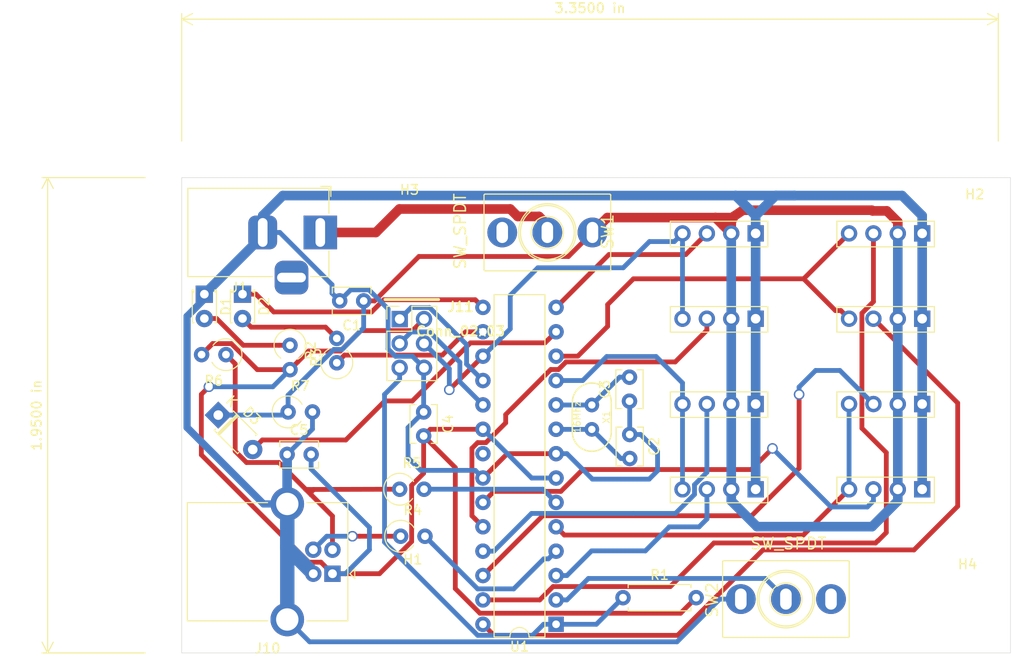
<source format=kicad_pcb>
(kicad_pcb (version 20171130) (host pcbnew "(5.1.5)-3")

  (general
    (thickness 1.6)
    (drawings 6)
    (tracks 344)
    (zones 0)
    (modules 34)
    (nets 35)
  )

  (page A4)
  (layers
    (0 F.Cu signal)
    (31 B.Cu signal)
    (32 B.Adhes user)
    (33 F.Adhes user)
    (34 B.Paste user)
    (35 F.Paste user)
    (36 B.SilkS user)
    (37 F.SilkS user)
    (38 B.Mask user)
    (39 F.Mask user)
    (40 Dwgs.User user)
    (41 Cmts.User user)
    (42 Eco1.User user)
    (43 Eco2.User user)
    (44 Edge.Cuts user)
    (45 Margin user)
    (46 B.CrtYd user)
    (47 F.CrtYd user)
    (48 B.Fab user)
    (49 F.Fab user)
  )

  (setup
    (last_trace_width 0.5)
    (user_trace_width 0.5)
    (user_trace_width 0.75)
    (user_trace_width 1)
    (user_trace_width 1.5)
    (user_trace_width 2)
    (trace_clearance 0.1)
    (zone_clearance 0.508)
    (zone_45_only no)
    (trace_min 0.2)
    (via_size 1.1)
    (via_drill 0.8)
    (via_min_size 0.4)
    (via_min_drill 0.3)
    (user_via 0.75 0.5)
    (user_via 1 0.75)
    (user_via 2 1.2)
    (uvia_size 0.4)
    (uvia_drill 0.2)
    (uvias_allowed no)
    (uvia_min_size 0.2)
    (uvia_min_drill 0.1)
    (edge_width 0.05)
    (segment_width 0.2)
    (pcb_text_width 0.3)
    (pcb_text_size 1.5 1.5)
    (mod_edge_width 0.15)
    (mod_text_size 1 1)
    (mod_text_width 0.15)
    (pad_size 1.524 1.524)
    (pad_drill 0.762)
    (pad_to_mask_clearance 0.051)
    (solder_mask_min_width 0.25)
    (aux_axis_origin 0 0)
    (visible_elements 7FFFFFFF)
    (pcbplotparams
      (layerselection 0x010fc_ffffffff)
      (usegerberextensions false)
      (usegerberattributes false)
      (usegerberadvancedattributes false)
      (creategerberjobfile false)
      (excludeedgelayer true)
      (linewidth 0.100000)
      (plotframeref false)
      (viasonmask false)
      (mode 1)
      (useauxorigin false)
      (hpglpennumber 1)
      (hpglpenspeed 20)
      (hpglpendiameter 15.000000)
      (psnegative false)
      (psa4output false)
      (plotreference true)
      (plotvalue true)
      (plotinvisibletext false)
      (padsonsilk false)
      (subtractmaskfromsilk false)
      (outputformat 1)
      (mirror false)
      (drillshape 1)
      (scaleselection 1)
      (outputdirectory ""))
  )

  (net 0 "")
  (net 1 5v)
  (net 2 GND)
  (net 3 12v)
  (net 4 XTAL1)
  (net 5 XTAL2)
  (net 6 "Net-(D1-Pad2)")
  (net 7 GREEN_LED)
  (net 8 RED_LED)
  (net 9 "Net-(J1-Pad1)")
  (net 10 TACH1A)
  (net 11 PWM1)
  (net 12 TACH2A)
  (net 13 PWM2)
  (net 14 TACH3A)
  (net 15 PWM3)
  (net 16 TACH4A)
  (net 17 MOSI)
  (net 18 Reset)
  (net 19 SCK)
  (net 20 MISO)
  (net 21 TACH1B)
  (net 22 TACH2B)
  (net 23 TACH3B)
  (net 24 TACH4B)
  (net 25 D+)
  (net 26 D-)
  (net 27 "Net-(SW1-Pad3)")
  (net 28 "Net-(SW2-Pad2)")
  (net 29 "Net-(SW2-Pad3)")
  (net 30 "Net-(J10-Pad3)")
  (net 31 "Net-(J10-Pad2)")
  (net 32 "Net-(D2-Pad2)")
  (net 33 "Net-(D3-Pad2)")
  (net 34 "Net-(U1-Pad21)")

  (net_class Default "This is the default net class."
    (clearance 0.1)
    (trace_width 0.42)
    (via_dia 1.1)
    (via_drill 0.8)
    (uvia_dia 0.4)
    (uvia_drill 0.2)
    (add_net 12v)
    (add_net 5v)
    (add_net D+)
    (add_net D-)
    (add_net GND)
    (add_net GREEN_LED)
    (add_net MISO)
    (add_net MOSI)
    (add_net "Net-(D1-Pad2)")
    (add_net "Net-(D2-Pad2)")
    (add_net "Net-(D3-Pad2)")
    (add_net "Net-(J1-Pad1)")
    (add_net "Net-(J10-Pad2)")
    (add_net "Net-(J10-Pad3)")
    (add_net "Net-(SW1-Pad3)")
    (add_net "Net-(SW2-Pad2)")
    (add_net "Net-(SW2-Pad3)")
    (add_net "Net-(U1-Pad21)")
    (add_net PWM1)
    (add_net PWM2)
    (add_net PWM3)
    (add_net RED_LED)
    (add_net Reset)
    (add_net SCK)
    (add_net TACH1A)
    (add_net TACH1B)
    (add_net TACH2A)
    (add_net TACH2B)
    (add_net TACH3A)
    (add_net TACH3B)
    (add_net TACH4A)
    (add_net TACH4B)
    (add_net XTAL1)
    (add_net XTAL2)
  )

  (module Resistor_THT:R_Axial_DIN0207_L6.3mm_D2.5mm_P7.62mm_Horizontal (layer F.Cu) (tedit 5AE5139B) (tstamp 5DFE766E)
    (at 137.425 93.3)
    (descr "Resistor, Axial_DIN0207 series, Axial, Horizontal, pin pitch=7.62mm, 0.25W = 1/4W, length*diameter=6.3*2.5mm^2, http://cdn-reichelt.de/documents/datenblatt/B400/1_4W%23YAG.pdf")
    (tags "Resistor Axial_DIN0207 series Axial Horizontal pin pitch 7.62mm 0.25W = 1/4W length 6.3mm diameter 2.5mm")
    (path /5E0176B3)
    (fp_text reference R1 (at 3.81 -2.37) (layer F.SilkS)
      (effects (font (size 1 1) (thickness 0.15)))
    )
    (fp_text value 10k (at 3.81 2.37) (layer F.Fab)
      (effects (font (size 1 1) (thickness 0.15)))
    )
    (fp_text user %R (at 3.81 0) (layer F.Fab)
      (effects (font (size 1 1) (thickness 0.15)))
    )
    (fp_line (start 8.67 -1.5) (end -1.05 -1.5) (layer F.CrtYd) (width 0.05))
    (fp_line (start 8.67 1.5) (end 8.67 -1.5) (layer F.CrtYd) (width 0.05))
    (fp_line (start -1.05 1.5) (end 8.67 1.5) (layer F.CrtYd) (width 0.05))
    (fp_line (start -1.05 -1.5) (end -1.05 1.5) (layer F.CrtYd) (width 0.05))
    (fp_line (start 7.08 1.37) (end 7.08 1.04) (layer F.SilkS) (width 0.12))
    (fp_line (start 0.54 1.37) (end 7.08 1.37) (layer F.SilkS) (width 0.12))
    (fp_line (start 0.54 1.04) (end 0.54 1.37) (layer F.SilkS) (width 0.12))
    (fp_line (start 7.08 -1.37) (end 7.08 -1.04) (layer F.SilkS) (width 0.12))
    (fp_line (start 0.54 -1.37) (end 7.08 -1.37) (layer F.SilkS) (width 0.12))
    (fp_line (start 0.54 -1.04) (end 0.54 -1.37) (layer F.SilkS) (width 0.12))
    (fp_line (start 7.62 0) (end 6.96 0) (layer F.Fab) (width 0.1))
    (fp_line (start 0 0) (end 0.66 0) (layer F.Fab) (width 0.1))
    (fp_line (start 6.96 -1.25) (end 0.66 -1.25) (layer F.Fab) (width 0.1))
    (fp_line (start 6.96 1.25) (end 6.96 -1.25) (layer F.Fab) (width 0.1))
    (fp_line (start 0.66 1.25) (end 6.96 1.25) (layer F.Fab) (width 0.1))
    (fp_line (start 0.66 -1.25) (end 0.66 1.25) (layer F.Fab) (width 0.1))
    (pad 2 thru_hole oval (at 7.62 0) (size 1.6 1.6) (drill 0.8) (layers *.Cu *.Mask)
      (net 1 5v))
    (pad 1 thru_hole circle (at 0 0) (size 1.6 1.6) (drill 0.8) (layers *.Cu *.Mask)
      (net 18 Reset))
    (model ${KISYS3DMOD}/Resistor_THT.3dshapes/R_Axial_DIN0207_L6.3mm_D2.5mm_P7.62mm_Horizontal.wrl
      (at (xyz 0 0 0))
      (scale (xyz 1 1 1))
      (rotate (xyz 0 0 0))
    )
  )

  (module MountingHole:MountingHole_3.2mm_M3 (layer F.Cu) (tedit 56D1B4CB) (tstamp 5E10243C)
    (at 173.325 94.025)
    (descr "Mounting Hole 3.2mm, no annular, M3")
    (tags "mounting hole 3.2mm no annular m3")
    (path /5E183F43)
    (attr virtual)
    (fp_text reference H4 (at 0 -4.2) (layer F.SilkS)
      (effects (font (size 1 1) (thickness 0.15)))
    )
    (fp_text value MountingHole (at 0 4.2) (layer F.Fab)
      (effects (font (size 1 1) (thickness 0.15)))
    )
    (fp_text user %R (at 0.3 0) (layer F.Fab)
      (effects (font (size 1 1) (thickness 0.15)))
    )
    (fp_circle (center 0 0) (end 3.2 0) (layer Cmts.User) (width 0.15))
    (fp_circle (center 0 0) (end 3.45 0) (layer F.CrtYd) (width 0.05))
    (pad 1 np_thru_hole circle (at 0 0) (size 3.2 3.2) (drill 3.2) (layers *.Cu *.Mask))
  )

  (module MountingHole:MountingHole_3.2mm_M3 (layer F.Cu) (tedit 56D1B4CB) (tstamp 5E102434)
    (at 115.175 55)
    (descr "Mounting Hole 3.2mm, no annular, M3")
    (tags "mounting hole 3.2mm no annular m3")
    (path /5E183F39)
    (attr virtual)
    (fp_text reference H3 (at 0 -4.2) (layer F.SilkS)
      (effects (font (size 1 1) (thickness 0.15)))
    )
    (fp_text value MountingHole (at 0 4.2) (layer F.Fab)
      (effects (font (size 1 1) (thickness 0.15)))
    )
    (fp_text user %R (at 0.3 0) (layer F.Fab)
      (effects (font (size 1 1) (thickness 0.15)))
    )
    (fp_circle (center 0 0) (end 3.2 0) (layer Cmts.User) (width 0.15))
    (fp_circle (center 0 0) (end 3.45 0) (layer F.CrtYd) (width 0.05))
    (pad 1 np_thru_hole circle (at 0 0) (size 3.2 3.2) (drill 3.2) (layers *.Cu *.Mask))
  )

  (module Resistor_THT:R_Axial_DIN0309_L9.0mm_D3.2mm_P2.54mm_Vertical (layer F.Cu) (tedit 5AE5139B) (tstamp 5E1004D1)
    (at 102.525 73.95)
    (descr "Resistor, Axial_DIN0309 series, Axial, Vertical, pin pitch=2.54mm, 0.5W = 1/2W, length*diameter=9*3.2mm^2, http://cdn-reichelt.de/documents/datenblatt/B400/1_4W%23YAG.pdf")
    (tags "Resistor Axial_DIN0309 series Axial Vertical pin pitch 2.54mm 0.5W = 1/2W length 9mm diameter 3.2mm")
    (path /5E0118DA)
    (fp_text reference R7 (at 1.27 -2.72) (layer F.SilkS)
      (effects (font (size 1 1) (thickness 0.15)))
    )
    (fp_text value 22k (at 1.27 2.72) (layer F.Fab)
      (effects (font (size 1 1) (thickness 0.15)))
    )
    (fp_text user %R (at 1.27 -2.72) (layer F.Fab)
      (effects (font (size 1 1) (thickness 0.15)))
    )
    (fp_line (start 3.59 -1.85) (end -1.85 -1.85) (layer F.CrtYd) (width 0.05))
    (fp_line (start 3.59 1.85) (end 3.59 -1.85) (layer F.CrtYd) (width 0.05))
    (fp_line (start -1.85 1.85) (end 3.59 1.85) (layer F.CrtYd) (width 0.05))
    (fp_line (start -1.85 -1.85) (end -1.85 1.85) (layer F.CrtYd) (width 0.05))
    (fp_line (start 0 0) (end 2.54 0) (layer F.Fab) (width 0.1))
    (fp_circle (center 0 0) (end 1.6 0) (layer F.Fab) (width 0.1))
    (fp_arc (start 0 0) (end 1.453272 -0.8) (angle -295.326041) (layer F.SilkS) (width 0.12))
    (pad 2 thru_hole oval (at 2.54 0) (size 1.6 1.6) (drill 0.8) (layers *.Cu *.Mask)
      (net 2 GND))
    (pad 1 thru_hole circle (at 0 0) (size 1.6 1.6) (drill 0.8) (layers *.Cu *.Mask)
      (net 3 12v))
    (model ${KISYS3DMOD}/Resistor_THT.3dshapes/R_Axial_DIN0309_L9.0mm_D3.2mm_P2.54mm_Vertical.wrl
      (at (xyz 0 0 0))
      (scale (xyz 1 1 1))
      (rotate (xyz 0 0 0))
    )
  )

  (module Resistor_THT:R_Axial_DIN0309_L9.0mm_D3.2mm_P2.54mm_Vertical (layer F.Cu) (tedit 5AE5139B) (tstamp 5E10036C)
    (at 96.05 67.975 180)
    (descr "Resistor, Axial_DIN0309 series, Axial, Vertical, pin pitch=2.54mm, 0.5W = 1/2W, length*diameter=9*3.2mm^2, http://cdn-reichelt.de/documents/datenblatt/B400/1_4W%23YAG.pdf")
    (tags "Resistor Axial_DIN0309 series Axial Vertical pin pitch 2.54mm 0.5W = 1/2W length 9mm diameter 3.2mm")
    (path /5DFDB8DD)
    (fp_text reference R6 (at 1.27 -2.72) (layer F.SilkS)
      (effects (font (size 1 1) (thickness 0.15)))
    )
    (fp_text value 1k5 (at 1.27 2.72) (layer F.Fab)
      (effects (font (size 1 1) (thickness 0.15)))
    )
    (fp_text user %R (at 1.27 -2.72) (layer F.Fab)
      (effects (font (size 1 1) (thickness 0.15)))
    )
    (fp_line (start 3.59 -1.85) (end -1.85 -1.85) (layer F.CrtYd) (width 0.05))
    (fp_line (start 3.59 1.85) (end 3.59 -1.85) (layer F.CrtYd) (width 0.05))
    (fp_line (start -1.85 1.85) (end 3.59 1.85) (layer F.CrtYd) (width 0.05))
    (fp_line (start -1.85 -1.85) (end -1.85 1.85) (layer F.CrtYd) (width 0.05))
    (fp_line (start 0 0) (end 2.54 0) (layer F.Fab) (width 0.1))
    (fp_circle (center 0 0) (end 1.6 0) (layer F.Fab) (width 0.1))
    (fp_arc (start 0 0) (end 1.453272 -0.8) (angle -295.326041) (layer F.SilkS) (width 0.12))
    (pad 2 thru_hole oval (at 2.54 0 180) (size 1.6 1.6) (drill 0.8) (layers *.Cu *.Mask)
      (net 1 5v))
    (pad 1 thru_hole circle (at 0 0 180) (size 1.6 1.6) (drill 0.8) (layers *.Cu *.Mask)
      (net 31 "Net-(J10-Pad2)"))
    (model ${KISYS3DMOD}/Resistor_THT.3dshapes/R_Axial_DIN0309_L9.0mm_D3.2mm_P2.54mm_Vertical.wrl
      (at (xyz 0 0 0))
      (scale (xyz 1 1 1))
      (rotate (xyz 0 0 0))
    )
  )

  (module Resistor_THT:R_Axial_DIN0309_L9.0mm_D3.2mm_P2.54mm_Vertical (layer F.Cu) (tedit 5AE5139B) (tstamp 5E10032A)
    (at 114.15 82)
    (descr "Resistor, Axial_DIN0309 series, Axial, Vertical, pin pitch=2.54mm, 0.5W = 1/2W, length*diameter=9*3.2mm^2, http://cdn-reichelt.de/documents/datenblatt/B400/1_4W%23YAG.pdf")
    (tags "Resistor Axial_DIN0309 series Axial Vertical pin pitch 2.54mm 0.5W = 1/2W length 9mm diameter 3.2mm")
    (path /5E0C620A)
    (fp_text reference R5 (at 1.27 -2.72) (layer F.SilkS)
      (effects (font (size 1 1) (thickness 0.15)))
    )
    (fp_text value 62r (at 1.27 2.72) (layer F.Fab)
      (effects (font (size 1 1) (thickness 0.15)))
    )
    (fp_text user %R (at 1.27 -2.72) (layer F.Fab)
      (effects (font (size 1 1) (thickness 0.15)))
    )
    (fp_line (start 3.59 -1.85) (end -1.85 -1.85) (layer F.CrtYd) (width 0.05))
    (fp_line (start 3.59 1.85) (end 3.59 -1.85) (layer F.CrtYd) (width 0.05))
    (fp_line (start -1.85 1.85) (end 3.59 1.85) (layer F.CrtYd) (width 0.05))
    (fp_line (start -1.85 -1.85) (end -1.85 1.85) (layer F.CrtYd) (width 0.05))
    (fp_line (start 0 0) (end 2.54 0) (layer F.Fab) (width 0.1))
    (fp_circle (center 0 0) (end 1.6 0) (layer F.Fab) (width 0.1))
    (fp_arc (start 0 0) (end 1.453272 -0.8) (angle -295.326041) (layer F.SilkS) (width 0.12))
    (pad 2 thru_hole oval (at 2.54 0) (size 1.6 1.6) (drill 0.8) (layers *.Cu *.Mask)
      (net 26 D-))
    (pad 1 thru_hole circle (at 0 0) (size 1.6 1.6) (drill 0.8) (layers *.Cu *.Mask)
      (net 31 "Net-(J10-Pad2)"))
    (model ${KISYS3DMOD}/Resistor_THT.3dshapes/R_Axial_DIN0309_L9.0mm_D3.2mm_P2.54mm_Vertical.wrl
      (at (xyz 0 0 0))
      (scale (xyz 1 1 1))
      (rotate (xyz 0 0 0))
    )
  )

  (module Resistor_THT:R_Axial_DIN0309_L9.0mm_D3.2mm_P2.54mm_Vertical (layer F.Cu) (tedit 5AE5139B) (tstamp 5E1002E8)
    (at 114.25 86.9)
    (descr "Resistor, Axial_DIN0309 series, Axial, Vertical, pin pitch=2.54mm, 0.5W = 1/2W, length*diameter=9*3.2mm^2, http://cdn-reichelt.de/documents/datenblatt/B400/1_4W%23YAG.pdf")
    (tags "Resistor Axial_DIN0309 series Axial Vertical pin pitch 2.54mm 0.5W = 1/2W length 9mm diameter 3.2mm")
    (path /5E0D2DA6)
    (fp_text reference R4 (at 1.27 -2.72) (layer F.SilkS)
      (effects (font (size 1 1) (thickness 0.15)))
    )
    (fp_text value 62r (at 1.27 2.72) (layer F.Fab)
      (effects (font (size 1 1) (thickness 0.15)))
    )
    (fp_text user %R (at 1.27 -2.72) (layer F.Fab)
      (effects (font (size 1 1) (thickness 0.15)))
    )
    (fp_line (start 3.59 -1.85) (end -1.85 -1.85) (layer F.CrtYd) (width 0.05))
    (fp_line (start 3.59 1.85) (end 3.59 -1.85) (layer F.CrtYd) (width 0.05))
    (fp_line (start -1.85 1.85) (end 3.59 1.85) (layer F.CrtYd) (width 0.05))
    (fp_line (start -1.85 -1.85) (end -1.85 1.85) (layer F.CrtYd) (width 0.05))
    (fp_line (start 0 0) (end 2.54 0) (layer F.Fab) (width 0.1))
    (fp_circle (center 0 0) (end 1.6 0) (layer F.Fab) (width 0.1))
    (fp_arc (start 0 0) (end 1.453272 -0.8) (angle -295.326041) (layer F.SilkS) (width 0.12))
    (pad 2 thru_hole oval (at 2.54 0) (size 1.6 1.6) (drill 0.8) (layers *.Cu *.Mask)
      (net 25 D+))
    (pad 1 thru_hole circle (at 0 0) (size 1.6 1.6) (drill 0.8) (layers *.Cu *.Mask)
      (net 30 "Net-(J10-Pad3)"))
    (model ${KISYS3DMOD}/Resistor_THT.3dshapes/R_Axial_DIN0309_L9.0mm_D3.2mm_P2.54mm_Vertical.wrl
      (at (xyz 0 0 0))
      (scale (xyz 1 1 1))
      (rotate (xyz 0 0 0))
    )
  )

  (module Resistor_THT:R_Axial_DIN0309_L9.0mm_D3.2mm_P2.54mm_Vertical (layer F.Cu) (tedit 5AE5139B) (tstamp 5DFE93B2)
    (at 102.725 67 270)
    (descr "Resistor, Axial_DIN0309 series, Axial, Vertical, pin pitch=2.54mm, 0.5W = 1/2W, length*diameter=9*3.2mm^2, http://cdn-reichelt.de/documents/datenblatt/B400/1_4W%23YAG.pdf")
    (tags "Resistor Axial_DIN0309 series Axial Vertical pin pitch 2.54mm 0.5W = 1/2W length 9mm diameter 3.2mm")
    (path /5E1A1B97)
    (fp_text reference R3 (at 1.27 -2.72 90) (layer F.SilkS)
      (effects (font (size 1 1) (thickness 0.15)))
    )
    (fp_text value 1k (at 1.27 2.72 90) (layer F.Fab)
      (effects (font (size 1 1) (thickness 0.15)))
    )
    (fp_text user %R (at 1.27 -2.72 90) (layer F.Fab)
      (effects (font (size 1 1) (thickness 0.15)))
    )
    (fp_line (start 3.59 -1.85) (end -1.85 -1.85) (layer F.CrtYd) (width 0.05))
    (fp_line (start 3.59 1.85) (end 3.59 -1.85) (layer F.CrtYd) (width 0.05))
    (fp_line (start -1.85 1.85) (end 3.59 1.85) (layer F.CrtYd) (width 0.05))
    (fp_line (start -1.85 -1.85) (end -1.85 1.85) (layer F.CrtYd) (width 0.05))
    (fp_line (start 0 0) (end 2.54 0) (layer F.Fab) (width 0.1))
    (fp_circle (center 0 0) (end 1.6 0) (layer F.Fab) (width 0.1))
    (fp_arc (start 0 0) (end 1.453272 -0.8) (angle -295.326041) (layer F.SilkS) (width 0.12))
    (pad 2 thru_hole oval (at 2.54 0 270) (size 1.6 1.6) (drill 0.8) (layers *.Cu *.Mask)
      (net 1 5v))
    (pad 1 thru_hole circle (at 0 0 270) (size 1.6 1.6) (drill 0.8) (layers *.Cu *.Mask)
      (net 6 "Net-(D1-Pad2)"))
    (model ${KISYS3DMOD}/Resistor_THT.3dshapes/R_Axial_DIN0309_L9.0mm_D3.2mm_P2.54mm_Vertical.wrl
      (at (xyz 0 0 0))
      (scale (xyz 1 1 1))
      (rotate (xyz 0 0 0))
    )
  )

  (module Resistor_THT:R_Axial_DIN0309_L9.0mm_D3.2mm_P2.54mm_Vertical (layer F.Cu) (tedit 5AE5139B) (tstamp 5DFE7125)
    (at 107.6 68.825 90)
    (descr "Resistor, Axial_DIN0309 series, Axial, Vertical, pin pitch=2.54mm, 0.5W = 1/2W, length*diameter=9*3.2mm^2, http://cdn-reichelt.de/documents/datenblatt/B400/1_4W%23YAG.pdf")
    (tags "Resistor Axial_DIN0309 series Axial Vertical pin pitch 2.54mm 0.5W = 1/2W length 9mm diameter 3.2mm")
    (path /5EA176E6)
    (fp_text reference R2 (at 1.27 -2.72 90) (layer F.SilkS)
      (effects (font (size 1 1) (thickness 0.15)))
    )
    (fp_text value 1k (at 1.27 2.72 90) (layer F.Fab)
      (effects (font (size 1 1) (thickness 0.15)))
    )
    (fp_text user %R (at 1.27 -2.72 90) (layer F.Fab)
      (effects (font (size 1 1) (thickness 0.15)))
    )
    (fp_line (start 3.59 -1.85) (end -1.85 -1.85) (layer F.CrtYd) (width 0.05))
    (fp_line (start 3.59 1.85) (end 3.59 -1.85) (layer F.CrtYd) (width 0.05))
    (fp_line (start -1.85 1.85) (end 3.59 1.85) (layer F.CrtYd) (width 0.05))
    (fp_line (start -1.85 -1.85) (end -1.85 1.85) (layer F.CrtYd) (width 0.05))
    (fp_line (start 0 0) (end 2.54 0) (layer F.Fab) (width 0.1))
    (fp_circle (center 0 0) (end 1.6 0) (layer F.Fab) (width 0.1))
    (fp_arc (start 0 0) (end 1.453272 -0.8) (angle -295.326041) (layer F.SilkS) (width 0.12))
    (pad 2 thru_hole oval (at 2.54 0 90) (size 1.6 1.6) (drill 0.8) (layers *.Cu *.Mask)
      (net 32 "Net-(D2-Pad2)"))
    (pad 1 thru_hole circle (at 0 0 90) (size 1.6 1.6) (drill 0.8) (layers *.Cu *.Mask)
      (net 7 GREEN_LED))
    (model ${KISYS3DMOD}/Resistor_THT.3dshapes/R_Axial_DIN0309_L9.0mm_D3.2mm_P2.54mm_Vertical.wrl
      (at (xyz 0 0 0))
      (scale (xyz 1 1 1))
      (rotate (xyz 0 0 0))
    )
  )

  (module Capacitor_THT:C_Disc_D3.8mm_W2.6mm_P2.50mm (layer F.Cu) (tedit 5AE50EF0) (tstamp 5E1006DF)
    (at 102.425 78.375)
    (descr "C, Disc series, Radial, pin pitch=2.50mm, , diameter*width=3.8*2.6mm^2, Capacitor, http://www.vishay.com/docs/45233/krseries.pdf")
    (tags "C Disc series Radial pin pitch 2.50mm  diameter 3.8mm width 2.6mm Capacitor")
    (path /5E1F2BE9)
    (fp_text reference C5 (at 1.25 -2.55) (layer F.SilkS)
      (effects (font (size 1 1) (thickness 0.15)))
    )
    (fp_text value 100nF (at 1.25 2.55) (layer F.Fab)
      (effects (font (size 1 1) (thickness 0.15)))
    )
    (fp_text user %R (at 1.25 0) (layer F.Fab)
      (effects (font (size 0.76 0.76) (thickness 0.114)))
    )
    (fp_line (start 3.55 -1.55) (end -1.05 -1.55) (layer F.CrtYd) (width 0.05))
    (fp_line (start 3.55 1.55) (end 3.55 -1.55) (layer F.CrtYd) (width 0.05))
    (fp_line (start -1.05 1.55) (end 3.55 1.55) (layer F.CrtYd) (width 0.05))
    (fp_line (start -1.05 -1.55) (end -1.05 1.55) (layer F.CrtYd) (width 0.05))
    (fp_line (start 3.27 0.795) (end 3.27 1.42) (layer F.SilkS) (width 0.12))
    (fp_line (start 3.27 -1.42) (end 3.27 -0.795) (layer F.SilkS) (width 0.12))
    (fp_line (start -0.77 0.795) (end -0.77 1.42) (layer F.SilkS) (width 0.12))
    (fp_line (start -0.77 -1.42) (end -0.77 -0.795) (layer F.SilkS) (width 0.12))
    (fp_line (start -0.77 1.42) (end 3.27 1.42) (layer F.SilkS) (width 0.12))
    (fp_line (start -0.77 -1.42) (end 3.27 -1.42) (layer F.SilkS) (width 0.12))
    (fp_line (start 3.15 -1.3) (end -0.65 -1.3) (layer F.Fab) (width 0.1))
    (fp_line (start 3.15 1.3) (end 3.15 -1.3) (layer F.Fab) (width 0.1))
    (fp_line (start -0.65 1.3) (end 3.15 1.3) (layer F.Fab) (width 0.1))
    (fp_line (start -0.65 -1.3) (end -0.65 1.3) (layer F.Fab) (width 0.1))
    (pad 2 thru_hole circle (at 2.5 0) (size 1.6 1.6) (drill 0.8) (layers *.Cu *.Mask)
      (net 1 5v))
    (pad 1 thru_hole circle (at 0 0) (size 1.6 1.6) (drill 0.8) (layers *.Cu *.Mask)
      (net 2 GND))
    (model ${KISYS3DMOD}/Capacitor_THT.3dshapes/C_Disc_D3.8mm_W2.6mm_P2.50mm.wrl
      (at (xyz 0 0 0))
      (scale (xyz 1 1 1))
      (rotate (xyz 0 0 0))
    )
  )

  (module MountingHole:MountingHole_3.2mm_M3 (layer F.Cu) (tedit 56D1B4CB) (tstamp 5E0FFC64)
    (at 174.075 55.475)
    (descr "Mounting Hole 3.2mm, no annular, M3")
    (tags "mounting hole 3.2mm no annular m3")
    (path /5E146367)
    (attr virtual)
    (fp_text reference H2 (at 0 -4.2) (layer F.SilkS)
      (effects (font (size 1 1) (thickness 0.15)))
    )
    (fp_text value MountingHole (at 0 4.2) (layer F.Fab)
      (effects (font (size 1 1) (thickness 0.15)))
    )
    (fp_text user %R (at 0.3 0) (layer F.Fab)
      (effects (font (size 1 1) (thickness 0.15)))
    )
    (fp_circle (center 0 0) (end 3.2 0) (layer Cmts.User) (width 0.15))
    (fp_circle (center 0 0) (end 3.45 0) (layer F.CrtYd) (width 0.05))
    (pad 1 np_thru_hole circle (at 0 0) (size 3.2 3.2) (drill 3.2) (layers *.Cu *.Mask))
  )

  (module MountingHole:MountingHole_3.2mm_M3 (layer F.Cu) (tedit 56D1B4CB) (tstamp 5E0FFC5C)
    (at 115.525 93.525)
    (descr "Mounting Hole 3.2mm, no annular, M3")
    (tags "mounting hole 3.2mm no annular m3")
    (path /5E1458CE)
    (attr virtual)
    (fp_text reference H1 (at 0 -4.2) (layer F.SilkS)
      (effects (font (size 1 1) (thickness 0.15)))
    )
    (fp_text value MountingHole (at 0 4.2) (layer F.Fab)
      (effects (font (size 1 1) (thickness 0.15)))
    )
    (fp_text user %R (at 0.3 0) (layer F.Fab)
      (effects (font (size 1 1) (thickness 0.15)))
    )
    (fp_circle (center 0 0) (end 3.2 0) (layer Cmts.User) (width 0.15))
    (fp_circle (center 0 0) (end 3.45 0) (layer F.CrtYd) (width 0.05))
    (pad 1 np_thru_hole circle (at 0 0) (size 3.2 3.2) (drill 3.2) (layers *.Cu *.Mask))
  )

  (module Diode_THT:D_T-1_P5.08mm_Horizontal (layer F.Cu) (tedit 5AE50CD5) (tstamp 5E100443)
    (at 95.25 74.275 315)
    (descr "Diode, T-1 series, Axial, Horizontal, pin pitch=5.08mm, , length*diameter=3.2*2.6mm^2, , http://www.diodes.com/_files/packages/T-1.pdf")
    (tags "Diode T-1 series Axial Horizontal pin pitch 5.08mm  length 3.2mm diameter 2.6mm")
    (path /5E08C6E3)
    (fp_text reference D3 (at 2.54 -2.42 135) (layer F.SilkS)
      (effects (font (size 1 1) (thickness 0.15)))
    )
    (fp_text value 1N4148 (at 2.54 2.42 135) (layer F.Fab)
      (effects (font (size 1 1) (thickness 0.15)))
    )
    (fp_text user K (at 0 -2 135) (layer F.SilkS)
      (effects (font (size 1 1) (thickness 0.15)))
    )
    (fp_text user K (at 0 -2 135) (layer F.Fab)
      (effects (font (size 1 1) (thickness 0.15)))
    )
    (fp_text user %R (at 2.78 0 135) (layer F.Fab)
      (effects (font (size 0.64 0.64) (thickness 0.096)))
    )
    (fp_line (start 6.33 -1.55) (end -1.25 -1.55) (layer F.CrtYd) (width 0.05))
    (fp_line (start 6.33 1.55) (end 6.33 -1.55) (layer F.CrtYd) (width 0.05))
    (fp_line (start -1.25 1.55) (end 6.33 1.55) (layer F.CrtYd) (width 0.05))
    (fp_line (start -1.25 -1.55) (end -1.25 1.55) (layer F.CrtYd) (width 0.05))
    (fp_line (start 1.3 -1.42) (end 1.3 1.42) (layer F.SilkS) (width 0.12))
    (fp_line (start 1.54 -1.42) (end 1.54 1.42) (layer F.SilkS) (width 0.12))
    (fp_line (start 1.42 -1.42) (end 1.42 1.42) (layer F.SilkS) (width 0.12))
    (fp_line (start 4.26 1.42) (end 4.26 1.24) (layer F.SilkS) (width 0.12))
    (fp_line (start 0.82 1.42) (end 4.26 1.42) (layer F.SilkS) (width 0.12))
    (fp_line (start 0.82 1.24) (end 0.82 1.42) (layer F.SilkS) (width 0.12))
    (fp_line (start 4.26 -1.42) (end 4.26 -1.24) (layer F.SilkS) (width 0.12))
    (fp_line (start 0.82 -1.42) (end 4.26 -1.42) (layer F.SilkS) (width 0.12))
    (fp_line (start 0.82 -1.24) (end 0.82 -1.42) (layer F.SilkS) (width 0.12))
    (fp_line (start 1.32 -1.3) (end 1.32 1.3) (layer F.Fab) (width 0.1))
    (fp_line (start 1.52 -1.3) (end 1.52 1.3) (layer F.Fab) (width 0.1))
    (fp_line (start 1.42 -1.3) (end 1.42 1.3) (layer F.Fab) (width 0.1))
    (fp_line (start 5.08 0) (end 4.14 0) (layer F.Fab) (width 0.1))
    (fp_line (start 0 0) (end 0.94 0) (layer F.Fab) (width 0.1))
    (fp_line (start 4.14 -1.3) (end 0.94 -1.3) (layer F.Fab) (width 0.1))
    (fp_line (start 4.14 1.3) (end 4.14 -1.3) (layer F.Fab) (width 0.1))
    (fp_line (start 0.94 1.3) (end 4.14 1.3) (layer F.Fab) (width 0.1))
    (fp_line (start 0.94 -1.3) (end 0.94 1.3) (layer F.Fab) (width 0.1))
    (pad 2 thru_hole oval (at 5.08 0 315) (size 2 2) (drill 1) (layers *.Cu *.Mask)
      (net 33 "Net-(D3-Pad2)"))
    (pad 1 thru_hole rect (at 0 0 315) (size 2 2) (drill 1) (layers *.Cu *.Mask)
      (net 3 12v))
    (model ${KISYS3DMOD}/Diode_THT.3dshapes/D_T-1_P5.08mm_Horizontal.wrl
      (at (xyz 0 0 0))
      (scale (xyz 1 1 1))
      (rotate (xyz 0 0 0))
    )
  )

  (module 4ms-footprints:Crystal_16MHz_THT_2.54mm (layer F.Cu) (tedit 593AFA92) (tstamp 5E100509)
    (at 134.175 74.495 90)
    (path /5DFF4D8B)
    (fp_text reference X1 (at 0 1.524 90) (layer F.SilkS)
      (effects (font (size 0.7 0.7) (thickness 0.1)))
    )
    (fp_text value 16Mhz (at 0 -1.524 90) (layer F.SilkS)
      (effects (font (size 0.7 0.7) (thickness 0.1)))
    )
    (fp_arc (start 1.524 0) (end 1.524 -2.032) (angle 90) (layer F.SilkS) (width 0.15))
    (fp_arc (start 1.524 0) (end 3.556 0) (angle 90) (layer F.SilkS) (width 0.15))
    (fp_arc (start -1.524 0) (end -3.556 0) (angle 90) (layer F.SilkS) (width 0.15))
    (fp_arc (start -1.524 0) (end -1.524 2.032) (angle 90) (layer F.SilkS) (width 0.15))
    (fp_line (start 1.524 -2.032) (end -1.524 -2.032) (layer F.SilkS) (width 0.15))
    (fp_line (start -1.524 -2.032) (end 1.524 -2.032) (layer F.SilkS) (width 0.15))
    (fp_line (start -1.524 2.032) (end 1.524 2.032) (layer F.SilkS) (width 0.15))
    (pad 2 thru_hole circle (at 1.27 0 90) (size 1.524 1.524) (drill 0.762) (layers *.Cu *.Mask)
      (net 5 XTAL2))
    (pad 1 thru_hole circle (at -1.27 0 90) (size 1.524 1.524) (drill 0.762) (layers *.Cu *.Mask)
      (net 4 XTAL1))
  )

  (module Package_DIP:DIP-28_W7.62mm (layer F.Cu) (tedit 5A02E8C5) (tstamp 5E1003C7)
    (at 130.45 96.075 180)
    (descr "28-lead though-hole mounted DIP package, row spacing 7.62 mm (300 mils)")
    (tags "THT DIP DIL PDIP 2.54mm 7.62mm 300mil")
    (path /5DFC356B)
    (fp_text reference U1 (at 3.81 -2.33) (layer F.SilkS)
      (effects (font (size 1 1) (thickness 0.15)))
    )
    (fp_text value ATmega328P-PU (at 3.81 35.35) (layer F.Fab)
      (effects (font (size 1 1) (thickness 0.15)))
    )
    (fp_text user %R (at 3.81 16.51) (layer F.Fab)
      (effects (font (size 1 1) (thickness 0.15)))
    )
    (fp_line (start 8.7 -1.55) (end -1.1 -1.55) (layer F.CrtYd) (width 0.05))
    (fp_line (start 8.7 34.55) (end 8.7 -1.55) (layer F.CrtYd) (width 0.05))
    (fp_line (start -1.1 34.55) (end 8.7 34.55) (layer F.CrtYd) (width 0.05))
    (fp_line (start -1.1 -1.55) (end -1.1 34.55) (layer F.CrtYd) (width 0.05))
    (fp_line (start 6.46 -1.33) (end 4.81 -1.33) (layer F.SilkS) (width 0.12))
    (fp_line (start 6.46 34.35) (end 6.46 -1.33) (layer F.SilkS) (width 0.12))
    (fp_line (start 1.16 34.35) (end 6.46 34.35) (layer F.SilkS) (width 0.12))
    (fp_line (start 1.16 -1.33) (end 1.16 34.35) (layer F.SilkS) (width 0.12))
    (fp_line (start 2.81 -1.33) (end 1.16 -1.33) (layer F.SilkS) (width 0.12))
    (fp_line (start 0.635 -0.27) (end 1.635 -1.27) (layer F.Fab) (width 0.1))
    (fp_line (start 0.635 34.29) (end 0.635 -0.27) (layer F.Fab) (width 0.1))
    (fp_line (start 6.985 34.29) (end 0.635 34.29) (layer F.Fab) (width 0.1))
    (fp_line (start 6.985 -1.27) (end 6.985 34.29) (layer F.Fab) (width 0.1))
    (fp_line (start 1.635 -1.27) (end 6.985 -1.27) (layer F.Fab) (width 0.1))
    (fp_arc (start 3.81 -1.33) (end 2.81 -1.33) (angle -180) (layer F.SilkS) (width 0.12))
    (pad 28 thru_hole oval (at 7.62 0 180) (size 1.6 1.6) (drill 0.8) (layers *.Cu *.Mask)
      (net 23 TACH3B))
    (pad 14 thru_hole oval (at 0 33.02 180) (size 1.6 1.6) (drill 0.8) (layers *.Cu *.Mask)
      (net 16 TACH4A))
    (pad 27 thru_hole oval (at 7.62 2.54 180) (size 1.6 1.6) (drill 0.8) (layers *.Cu *.Mask)
      (net 14 TACH3A))
    (pad 13 thru_hole oval (at 0 30.48 180) (size 1.6 1.6) (drill 0.8) (layers *.Cu *.Mask)
      (net 33 "Net-(D3-Pad2)"))
    (pad 26 thru_hole oval (at 7.62 5.08 180) (size 1.6 1.6) (drill 0.8) (layers *.Cu *.Mask)
      (net 10 TACH1A))
    (pad 12 thru_hole oval (at 0 27.94 180) (size 1.6 1.6) (drill 0.8) (layers *.Cu *.Mask)
      (net 15 PWM3))
    (pad 25 thru_hole oval (at 7.62 7.62 180) (size 1.6 1.6) (drill 0.8) (layers *.Cu *.Mask)
      (net 12 TACH2A))
    (pad 11 thru_hole oval (at 0 25.4 180) (size 1.6 1.6) (drill 0.8) (layers *.Cu *.Mask)
      (net 13 PWM2))
    (pad 24 thru_hole oval (at 7.62 10.16 180) (size 1.6 1.6) (drill 0.8) (layers *.Cu *.Mask)
      (net 24 TACH4B))
    (pad 10 thru_hole oval (at 0 22.86 180) (size 1.6 1.6) (drill 0.8) (layers *.Cu *.Mask)
      (net 5 XTAL2))
    (pad 23 thru_hole oval (at 7.62 12.7 180) (size 1.6 1.6) (drill 0.8) (layers *.Cu *.Mask)
      (net 21 TACH1B))
    (pad 9 thru_hole oval (at 0 20.32 180) (size 1.6 1.6) (drill 0.8) (layers *.Cu *.Mask)
      (net 4 XTAL1))
    (pad 22 thru_hole oval (at 7.62 15.24 180) (size 1.6 1.6) (drill 0.8) (layers *.Cu *.Mask)
      (net 2 GND))
    (pad 8 thru_hole oval (at 0 17.78 180) (size 1.6 1.6) (drill 0.8) (layers *.Cu *.Mask)
      (net 2 GND))
    (pad 21 thru_hole oval (at 7.62 17.78 180) (size 1.6 1.6) (drill 0.8) (layers *.Cu *.Mask)
      (net 34 "Net-(U1-Pad21)"))
    (pad 7 thru_hole oval (at 0 15.24 180) (size 1.6 1.6) (drill 0.8) (layers *.Cu *.Mask)
      (net 1 5v))
    (pad 20 thru_hole oval (at 7.62 20.32 180) (size 1.6 1.6) (drill 0.8) (layers *.Cu *.Mask)
      (net 1 5v))
    (pad 6 thru_hole oval (at 0 12.7 180) (size 1.6 1.6) (drill 0.8) (layers *.Cu *.Mask)
      (net 26 D-))
    (pad 19 thru_hole oval (at 7.62 22.86 180) (size 1.6 1.6) (drill 0.8) (layers *.Cu *.Mask)
      (net 19 SCK))
    (pad 5 thru_hole oval (at 0 10.16 180) (size 1.6 1.6) (drill 0.8) (layers *.Cu *.Mask)
      (net 11 PWM1))
    (pad 18 thru_hole oval (at 7.62 25.4 180) (size 1.6 1.6) (drill 0.8) (layers *.Cu *.Mask)
      (net 20 MISO))
    (pad 4 thru_hole oval (at 0 7.62 180) (size 1.6 1.6) (drill 0.8) (layers *.Cu *.Mask)
      (net 25 D+))
    (pad 17 thru_hole oval (at 7.62 27.94 180) (size 1.6 1.6) (drill 0.8) (layers *.Cu *.Mask)
      (net 17 MOSI))
    (pad 3 thru_hole oval (at 0 5.08 180) (size 1.6 1.6) (drill 0.8) (layers *.Cu *.Mask)
      (net 22 TACH2B))
    (pad 16 thru_hole oval (at 7.62 30.48 180) (size 1.6 1.6) (drill 0.8) (layers *.Cu *.Mask)
      (net 7 GREEN_LED))
    (pad 2 thru_hole oval (at 0 2.54 180) (size 1.6 1.6) (drill 0.8) (layers *.Cu *.Mask)
      (net 28 "Net-(SW2-Pad2)"))
    (pad 15 thru_hole oval (at 7.62 33.02 180) (size 1.6 1.6) (drill 0.8) (layers *.Cu *.Mask)
      (net 8 RED_LED))
    (pad 1 thru_hole rect (at 0 0 180) (size 1.6 1.6) (drill 0.8) (layers *.Cu *.Mask)
      (net 18 Reset))
    (model ${KISYS3DMOD}/Package_DIP.3dshapes/DIP-28_W7.62mm.wrl
      (at (xyz 0 0 0))
      (scale (xyz 1 1 1))
      (rotate (xyz 0 0 0))
    )
  )

  (module 4ms-footprints:SPDT_KIT (layer F.Cu) (tedit 59B2ED39) (tstamp 5DFE4EC4)
    (at 154.4 93.45 90)
    (path /5E6ADE60)
    (fp_text reference SW2 (at -2.032 -6.985 90) (layer F.SilkS)
      (effects (font (size 1.2065 1.2065) (thickness 0.1524)) (justify left bottom))
    )
    (fp_text value SW_SPDT (at 5.08 -3.81 180) (layer F.SilkS)
      (effects (font (size 1.2065 1.2065) (thickness 0.1524)) (justify left bottom))
    )
    (fp_line (start -3.9 -6.6) (end 3.9 -6.6) (layer F.SilkS) (width 0.125))
    (fp_line (start 4 -6.5) (end 4 6.5) (layer F.SilkS) (width 0.125))
    (fp_line (start 3.9 6.6) (end -3.9 6.6) (layer F.SilkS) (width 0.125))
    (fp_line (start -4 6.5) (end -4 -6.5) (layer F.SilkS) (width 0.125))
    (fp_circle (center 0 0) (end 3 0) (layer F.SilkS) (width 0.125))
    (fp_circle (center 0 0) (end 2.4765 0) (layer Cmts.User) (width 0.0254))
    (fp_arc (start -3.8735 -6.477) (end -3.8735 -6.604) (angle -90) (layer F.SilkS) (width 0.125))
    (fp_arc (start 3.8735 6.477) (end 3.8735 6.604) (angle -90) (layer F.SilkS) (width 0.125))
    (fp_arc (start 3.8735 -6.477) (end 4.0005 -6.477) (angle -90) (layer F.SilkS) (width 0.125))
    (fp_arc (start -3.8735 6.477) (end -4.0005 6.477) (angle -90) (layer F.SilkS) (width 0.125))
    (fp_circle (center 0 0) (end 0.254 -2.794) (layer F.SilkS) (width 0.125))
    (fp_circle (center 0 0) (end 0.3175 -1.651) (layer F.SilkS) (width 0.125))
    (pad 1 thru_hole circle (at 0 -4.7 90) (size 3.1 3.1) (drill oval 2.2 1.2) (layers *.Cu *.Mask)
      (net 2 GND))
    (pad 2 thru_hole circle (at 0 0 90) (size 3.1 3.1) (drill oval 2.2 1.2) (layers *.Cu *.Mask)
      (net 28 "Net-(SW2-Pad2)"))
    (pad 3 thru_hole circle (at 0 4.7 90) (size 3.1 3.1) (drill oval 2.2 1.2) (layers *.Cu *.Mask)
      (net 29 "Net-(SW2-Pad3)"))
    (model "/Users/design/Google Drive/4ms/kicad/packages3d/spdt-toggle-submini.wrl"
      (offset (xyz 0 0 2.79399995803833))
      (scale (xyz 0.39 0.39 0.39))
      (rotate (xyz 270 0 90))
    )
  )

  (module 4ms-footprints:SPDT_KIT (layer F.Cu) (tedit 59B2ED39) (tstamp 5DFE5D6B)
    (at 129.54 55.245 270)
    (path /5E0DAC03)
    (fp_text reference SW1 (at -2.032 -6.985 90) (layer F.SilkS)
      (effects (font (size 1.2065 1.2065) (thickness 0.1524)) (justify right bottom))
    )
    (fp_text value SW_SPDT (at -4.191 8.382 90) (layer F.SilkS)
      (effects (font (size 1.2065 1.2065) (thickness 0.1524)) (justify right bottom))
    )
    (fp_line (start -3.9 -6.6) (end 3.9 -6.6) (layer F.SilkS) (width 0.125))
    (fp_line (start 4 -6.5) (end 4 6.5) (layer F.SilkS) (width 0.125))
    (fp_line (start 3.9 6.6) (end -3.9 6.6) (layer F.SilkS) (width 0.125))
    (fp_line (start -4 6.5) (end -4 -6.5) (layer F.SilkS) (width 0.125))
    (fp_circle (center 0 0) (end 3 0) (layer F.SilkS) (width 0.125))
    (fp_circle (center 0 0) (end 2.4765 0) (layer Cmts.User) (width 0.0254))
    (fp_arc (start -3.8735 -6.477) (end -3.8735 -6.604) (angle -90) (layer F.SilkS) (width 0.125))
    (fp_arc (start 3.8735 6.477) (end 3.8735 6.604) (angle -90) (layer F.SilkS) (width 0.125))
    (fp_arc (start 3.8735 -6.477) (end 4.0005 -6.477) (angle -90) (layer F.SilkS) (width 0.125))
    (fp_arc (start -3.8735 6.477) (end -4.0005 6.477) (angle -90) (layer F.SilkS) (width 0.125))
    (fp_circle (center 0 0) (end 0.254 -2.794) (layer F.SilkS) (width 0.125))
    (fp_circle (center 0 0) (end 0.3175 -1.651) (layer F.SilkS) (width 0.125))
    (pad 1 thru_hole circle (at 0 -4.7 270) (size 3.1 3.1) (drill oval 2.2 1.2) (layers *.Cu *.Mask)
      (net 3 12v))
    (pad 2 thru_hole circle (at 0 0 270) (size 3.1 3.1) (drill oval 2.2 1.2) (layers *.Cu *.Mask)
      (net 9 "Net-(J1-Pad1)"))
    (pad 3 thru_hole circle (at 0 4.7 270) (size 3.1 3.1) (drill oval 2.2 1.2) (layers *.Cu *.Mask)
      (net 27 "Net-(SW1-Pad3)"))
    (model "/Users/design/Google Drive/4ms/kicad/packages3d/spdt-toggle-submini.wrl"
      (offset (xyz 0 0 2.79399995803833))
      (scale (xyz 0.39 0.39 0.39))
      (rotate (xyz 270 0 90))
    )
  )

  (module 4ms-footprints:Pin_Header_Straight_1x04_Pitch2.54mm (layer F.Cu) (tedit 58EDC2FC) (tstamp 5DFE4E2B)
    (at 151.245 64.235 270)
    (descr "Through hole straight pin header, 1x04, 2.54mm pitch, single row")
    (tags "Through hole pin header THT 1x04 2.54mm single row")
    (path /5E36E723)
    (fp_text reference J9 (at 0 -2.33 90) (layer F.SilkS) hide
      (effects (font (size 1 1) (thickness 0.15)))
    )
    (fp_text value Conn_01x04 (at 0 9.95 90) (layer F.Fab)
      (effects (font (size 1 1) (thickness 0.15)))
    )
    (fp_line (start -1.27 -1.27) (end -1.27 8.89) (layer F.SilkS) (width 0.12))
    (fp_line (start -1.27 8.89) (end 1.397 8.89) (layer F.SilkS) (width 0.12))
    (fp_line (start 1.397 8.89) (end 1.397 -1.27) (layer F.SilkS) (width 0.12))
    (fp_line (start 1.397 -1.27) (end -1.27 -1.27) (layer F.SilkS) (width 0.12))
    (fp_line (start -1.8 -1.8) (end -1.8 9.4) (layer F.CrtYd) (width 0.05))
    (fp_line (start -1.8 9.4) (end 1.8 9.4) (layer F.CrtYd) (width 0.05))
    (fp_line (start 1.8 9.4) (end 1.8 -1.8) (layer F.CrtYd) (width 0.05))
    (fp_line (start 1.8 -1.8) (end -1.8 -1.8) (layer F.CrtYd) (width 0.05))
    (fp_text user %R (at 0 -2.33 90) (layer F.Fab)
      (effects (font (size 1 1) (thickness 0.15)))
    )
    (pad 1 thru_hole rect (at 0 0 270) (size 1.7 1.7) (drill 1) (layers *.Cu *.Mask)
      (net 2 GND))
    (pad 2 thru_hole oval (at 0 2.54 270) (size 1.7 1.7) (drill 1) (layers *.Cu *.Mask)
      (net 3 12v))
    (pad 3 thru_hole oval (at 0 5.08 270) (size 1.7 1.7) (drill 1) (layers *.Cu *.Mask)
      (net 24 TACH4B))
    (pad 4 thru_hole oval (at 0 7.62 270) (size 1.7 1.7) (drill 1) (layers *.Cu *.Mask)
      (net 17 MOSI))
    (model ${KISYS3DMOD}/Pin_Headers.3dshapes/Pin_Header_Straight_1x04_Pitch2.54mm.wrl
      (offset (xyz 0 -3.809999942779541 0))
      (scale (xyz 1 1 1))
      (rotate (xyz 0 0 90))
    )
  )

  (module 4ms-footprints:Pin_Header_Straight_1x04_Pitch2.54mm (layer F.Cu) (tedit 58EDC2FC) (tstamp 5E102E3A)
    (at 168.6 64.235 270)
    (descr "Through hole straight pin header, 1x04, 2.54mm pitch, single row")
    (tags "Through hole pin header THT 1x04 2.54mm single row")
    (path /5E36E6ED)
    (fp_text reference J7 (at 0 -2.33 90) (layer F.SilkS) hide
      (effects (font (size 1 1) (thickness 0.15)))
    )
    (fp_text value Conn_01x04 (at 0 9.95 90) (layer F.Fab)
      (effects (font (size 1 1) (thickness 0.15)))
    )
    (fp_line (start -1.27 -1.27) (end -1.27 8.89) (layer F.SilkS) (width 0.12))
    (fp_line (start -1.27 8.89) (end 1.397 8.89) (layer F.SilkS) (width 0.12))
    (fp_line (start 1.397 8.89) (end 1.397 -1.27) (layer F.SilkS) (width 0.12))
    (fp_line (start 1.397 -1.27) (end -1.27 -1.27) (layer F.SilkS) (width 0.12))
    (fp_line (start -1.8 -1.8) (end -1.8 9.4) (layer F.CrtYd) (width 0.05))
    (fp_line (start -1.8 9.4) (end 1.8 9.4) (layer F.CrtYd) (width 0.05))
    (fp_line (start 1.8 9.4) (end 1.8 -1.8) (layer F.CrtYd) (width 0.05))
    (fp_line (start 1.8 -1.8) (end -1.8 -1.8) (layer F.CrtYd) (width 0.05))
    (fp_text user %R (at 0 -2.33 90) (layer F.Fab)
      (effects (font (size 1 1) (thickness 0.15)))
    )
    (pad 1 thru_hole rect (at 0 0 270) (size 1.7 1.7) (drill 1) (layers *.Cu *.Mask)
      (net 2 GND))
    (pad 2 thru_hole oval (at 0 2.54 270) (size 1.7 1.7) (drill 1) (layers *.Cu *.Mask)
      (net 3 12v))
    (pad 3 thru_hole oval (at 0 5.08 270) (size 1.7 1.7) (drill 1) (layers *.Cu *.Mask)
      (net 23 TACH3B))
    (pad 4 thru_hole oval (at 0 7.62 270) (size 1.7 1.7) (drill 1) (layers *.Cu *.Mask)
      (net 15 PWM3))
    (model ${KISYS3DMOD}/Pin_Headers.3dshapes/Pin_Header_Straight_1x04_Pitch2.54mm.wrl
      (offset (xyz 0 -3.809999942779541 0))
      (scale (xyz 1 1 1))
      (rotate (xyz 0 0 90))
    )
  )

  (module 4ms-footprints:Pin_Header_Straight_1x04_Pitch2.54mm (layer F.Cu) (tedit 58EDC2FC) (tstamp 5DFE4E09)
    (at 151.245 82.015 270)
    (descr "Through hole straight pin header, 1x04, 2.54mm pitch, single row")
    (tags "Through hole pin header THT 1x04 2.54mm single row")
    (path /5E35C9A7)
    (fp_text reference J5 (at 0 -2.33 90) (layer F.SilkS) hide
      (effects (font (size 1 1) (thickness 0.15)))
    )
    (fp_text value Conn_01x04 (at 0 9.95 90) (layer F.Fab)
      (effects (font (size 1 1) (thickness 0.15)))
    )
    (fp_line (start -1.27 -1.27) (end -1.27 8.89) (layer F.SilkS) (width 0.12))
    (fp_line (start -1.27 8.89) (end 1.397 8.89) (layer F.SilkS) (width 0.12))
    (fp_line (start 1.397 8.89) (end 1.397 -1.27) (layer F.SilkS) (width 0.12))
    (fp_line (start 1.397 -1.27) (end -1.27 -1.27) (layer F.SilkS) (width 0.12))
    (fp_line (start -1.8 -1.8) (end -1.8 9.4) (layer F.CrtYd) (width 0.05))
    (fp_line (start -1.8 9.4) (end 1.8 9.4) (layer F.CrtYd) (width 0.05))
    (fp_line (start 1.8 9.4) (end 1.8 -1.8) (layer F.CrtYd) (width 0.05))
    (fp_line (start 1.8 -1.8) (end -1.8 -1.8) (layer F.CrtYd) (width 0.05))
    (fp_text user %R (at 0 -2.33 90) (layer F.Fab)
      (effects (font (size 1 1) (thickness 0.15)))
    )
    (pad 1 thru_hole rect (at 0 0 270) (size 1.7 1.7) (drill 1) (layers *.Cu *.Mask)
      (net 2 GND))
    (pad 2 thru_hole oval (at 0 2.54 270) (size 1.7 1.7) (drill 1) (layers *.Cu *.Mask)
      (net 3 12v))
    (pad 3 thru_hole oval (at 0 5.08 270) (size 1.7 1.7) (drill 1) (layers *.Cu *.Mask)
      (net 22 TACH2B))
    (pad 4 thru_hole oval (at 0 7.62 270) (size 1.7 1.7) (drill 1) (layers *.Cu *.Mask)
      (net 13 PWM2))
    (model ${KISYS3DMOD}/Pin_Headers.3dshapes/Pin_Header_Straight_1x04_Pitch2.54mm.wrl
      (offset (xyz 0 -3.809999942779541 0))
      (scale (xyz 1 1 1))
      (rotate (xyz 0 0 90))
    )
  )

  (module 4ms-footprints:Pin_Header_Straight_1x04_Pitch2.54mm (layer F.Cu) (tedit 58EDC2FC) (tstamp 5E102E0A)
    (at 168.6 82.015 270)
    (descr "Through hole straight pin header, 1x04, 2.54mm pitch, single row")
    (tags "Through hole pin header THT 1x04 2.54mm single row")
    (path /5E3554E5)
    (fp_text reference J3 (at 0 -2.33 90) (layer F.SilkS) hide
      (effects (font (size 1 1) (thickness 0.15)))
    )
    (fp_text value Conn_01x04 (at 0 9.95 90) (layer F.Fab)
      (effects (font (size 1 1) (thickness 0.15)))
    )
    (fp_line (start -1.27 -1.27) (end -1.27 8.89) (layer F.SilkS) (width 0.12))
    (fp_line (start -1.27 8.89) (end 1.397 8.89) (layer F.SilkS) (width 0.12))
    (fp_line (start 1.397 8.89) (end 1.397 -1.27) (layer F.SilkS) (width 0.12))
    (fp_line (start 1.397 -1.27) (end -1.27 -1.27) (layer F.SilkS) (width 0.12))
    (fp_line (start -1.8 -1.8) (end -1.8 9.4) (layer F.CrtYd) (width 0.05))
    (fp_line (start -1.8 9.4) (end 1.8 9.4) (layer F.CrtYd) (width 0.05))
    (fp_line (start 1.8 9.4) (end 1.8 -1.8) (layer F.CrtYd) (width 0.05))
    (fp_line (start 1.8 -1.8) (end -1.8 -1.8) (layer F.CrtYd) (width 0.05))
    (fp_text user %R (at 0 -2.33 90) (layer F.Fab)
      (effects (font (size 1 1) (thickness 0.15)))
    )
    (pad 1 thru_hole rect (at 0 0 270) (size 1.7 1.7) (drill 1) (layers *.Cu *.Mask)
      (net 2 GND))
    (pad 2 thru_hole oval (at 0 2.54 270) (size 1.7 1.7) (drill 1) (layers *.Cu *.Mask)
      (net 3 12v))
    (pad 3 thru_hole oval (at 0 5.08 270) (size 1.7 1.7) (drill 1) (layers *.Cu *.Mask)
      (net 21 TACH1B))
    (pad 4 thru_hole oval (at 0 7.62 270) (size 1.7 1.7) (drill 1) (layers *.Cu *.Mask)
      (net 11 PWM1))
    (model ${KISYS3DMOD}/Pin_Headers.3dshapes/Pin_Header_Straight_1x04_Pitch2.54mm.wrl
      (offset (xyz 0 -3.809999942779541 0))
      (scale (xyz 1 1 1))
      (rotate (xyz 0 0 90))
    )
  )

  (module 4ms-footprints:ISP_Header_2x3_2.54mm_TH (layer B.Cu) (tedit 5980ED02) (tstamp 5DFE4DE7)
    (at 114.15 64.27 180)
    (descr "Through hole straight socket strip, 2x03, 2.54mm pitch, double rows")
    (tags "Through hole socket strip THT 2x03 2.54mm double row")
    (path /5E0F79C4)
    (fp_text reference J11 (at -6.35 1.27) (layer F.SilkS)
      (effects (font (size 1.016 1.016) (thickness 0.1905)))
    )
    (fp_text value Conn_02x03 (at -6.35 -1.27) (layer F.SilkS)
      (effects (font (size 1.016 1.016) (thickness 0.1905)))
    )
    (fp_line (start -4.064 2.032) (end 1.524 2.032) (layer F.SilkS) (width 0.3))
    (fp_text user "" (at -1.27 -7.62) (layer F.SilkS)
      (effects (font (size 1.016 1.016) (thickness 0.1905)))
    )
    (fp_line (start 1.8 1.8) (end -4.35 1.8) (layer B.CrtYd) (width 0.05))
    (fp_line (start 1.8 -6.85) (end 1.8 1.8) (layer B.CrtYd) (width 0.05))
    (fp_line (start -4.35 -6.85) (end 1.8 -6.85) (layer B.CrtYd) (width 0.05))
    (fp_line (start -4.35 1.8) (end -4.35 -6.85) (layer B.CrtYd) (width 0.05))
    (fp_line (start 1.33 1.33) (end 0.06 1.33) (layer F.SilkS) (width 0.12))
    (fp_line (start 1.33 0) (end 1.33 1.33) (layer F.SilkS) (width 0.12))
    (fp_line (start -1.27 -1.27) (end 1.33 -1.27) (layer F.SilkS) (width 0.12))
    (fp_line (start -1.27 1.33) (end -1.27 -1.27) (layer F.SilkS) (width 0.12))
    (fp_line (start -3.87 1.33) (end -1.27 1.33) (layer F.SilkS) (width 0.12))
    (fp_line (start -3.87 -6.41) (end -3.87 1.33) (layer F.SilkS) (width 0.12))
    (fp_line (start 1.33 -6.41) (end -3.87 -6.41) (layer F.SilkS) (width 0.12))
    (fp_line (start 1.33 -1.27) (end 1.33 -6.41) (layer F.SilkS) (width 0.12))
    (fp_line (start 1.27 1.27) (end -3.81 1.27) (layer F.Fab) (width 0.1))
    (fp_line (start 1.27 -6.35) (end 1.27 1.27) (layer F.Fab) (width 0.1))
    (fp_line (start -3.81 -6.35) (end 1.27 -6.35) (layer F.Fab) (width 0.1))
    (fp_line (start -3.81 1.27) (end -3.81 -6.35) (layer F.Fab) (width 0.1))
    (pad 6 thru_hole oval (at -2.54 -5.08 180) (size 1.7 1.7) (drill 1) (layers *.Cu *.Mask)
      (net 2 GND))
    (pad 5 thru_hole oval (at 0 -5.08 180) (size 1.7 1.7) (drill 1) (layers *.Cu *.Mask)
      (net 18 Reset))
    (pad 4 thru_hole oval (at -2.54 -2.54 180) (size 1.7 1.7) (drill 1) (layers *.Cu *.Mask)
      (net 17 MOSI))
    (pad 3 thru_hole oval (at 0 -2.54 180) (size 1.7 1.7) (drill 1) (layers *.Cu *.Mask)
      (net 19 SCK))
    (pad 2 thru_hole oval (at -2.54 0 180) (size 1.7 1.7) (drill 1) (layers *.Cu *.Mask)
      (net 1 5v))
    (pad 1 thru_hole rect (at 0 0 180) (size 1.7 1.7) (drill 1) (layers *.Cu *.Mask)
      (net 20 MISO))
    (model ${KISYS3DMOD}/Socket_Strips.3dshapes/Socket_Strip_Straight_2x03_Pitch2.54mm.wrl
      (offset (xyz -1.269999980926514 -2.539999961853027 0))
      (scale (xyz 1 1 1))
      (rotate (xyz 0 0 270))
    )
  )

  (module 4ms-footprints:Pin_Header_Straight_1x04_Pitch2.54mm (layer F.Cu) (tedit 58EDC2FC) (tstamp 5DFE4DCB)
    (at 151.245 55.345 270)
    (descr "Through hole straight pin header, 1x04, 2.54mm pitch, single row")
    (tags "Through hole pin header THT 1x04 2.54mm single row")
    (path /5E36E708)
    (fp_text reference J8 (at 0 -2.33 90) (layer F.SilkS) hide
      (effects (font (size 1 1) (thickness 0.15)))
    )
    (fp_text value Conn_01x04 (at 0 9.95 90) (layer F.Fab)
      (effects (font (size 1 1) (thickness 0.15)))
    )
    (fp_line (start -1.27 -1.27) (end -1.27 8.89) (layer F.SilkS) (width 0.12))
    (fp_line (start -1.27 8.89) (end 1.397 8.89) (layer F.SilkS) (width 0.12))
    (fp_line (start 1.397 8.89) (end 1.397 -1.27) (layer F.SilkS) (width 0.12))
    (fp_line (start 1.397 -1.27) (end -1.27 -1.27) (layer F.SilkS) (width 0.12))
    (fp_line (start -1.8 -1.8) (end -1.8 9.4) (layer F.CrtYd) (width 0.05))
    (fp_line (start -1.8 9.4) (end 1.8 9.4) (layer F.CrtYd) (width 0.05))
    (fp_line (start 1.8 9.4) (end 1.8 -1.8) (layer F.CrtYd) (width 0.05))
    (fp_line (start 1.8 -1.8) (end -1.8 -1.8) (layer F.CrtYd) (width 0.05))
    (fp_text user %R (at 0 -2.33 90) (layer F.Fab)
      (effects (font (size 1 1) (thickness 0.15)))
    )
    (pad 1 thru_hole rect (at 0 0 270) (size 1.7 1.7) (drill 1) (layers *.Cu *.Mask)
      (net 2 GND))
    (pad 2 thru_hole oval (at 0 2.54 270) (size 1.7 1.7) (drill 1) (layers *.Cu *.Mask)
      (net 3 12v))
    (pad 3 thru_hole oval (at 0 5.08 270) (size 1.7 1.7) (drill 1) (layers *.Cu *.Mask)
      (net 16 TACH4A))
    (pad 4 thru_hole oval (at 0 7.62 270) (size 1.7 1.7) (drill 1) (layers *.Cu *.Mask)
      (net 17 MOSI))
    (model ${KISYS3DMOD}/Pin_Headers.3dshapes/Pin_Header_Straight_1x04_Pitch2.54mm.wrl
      (offset (xyz 0 -3.809999942779541 0))
      (scale (xyz 1 1 1))
      (rotate (xyz 0 0 90))
    )
  )

  (module 4ms-footprints:Pin_Header_Straight_1x04_Pitch2.54mm (layer F.Cu) (tedit 58EDC2FC) (tstamp 5E102DDA)
    (at 168.6 55.345 270)
    (descr "Through hole straight pin header, 1x04, 2.54mm pitch, single row")
    (tags "Through hole pin header THT 1x04 2.54mm single row")
    (path /5E36E6D2)
    (fp_text reference J6 (at 0 -2.33 90) (layer F.SilkS) hide
      (effects (font (size 1 1) (thickness 0.15)))
    )
    (fp_text value Conn_01x04 (at 0 9.95 90) (layer F.Fab)
      (effects (font (size 1 1) (thickness 0.15)))
    )
    (fp_line (start -1.27 -1.27) (end -1.27 8.89) (layer F.SilkS) (width 0.12))
    (fp_line (start -1.27 8.89) (end 1.397 8.89) (layer F.SilkS) (width 0.12))
    (fp_line (start 1.397 8.89) (end 1.397 -1.27) (layer F.SilkS) (width 0.12))
    (fp_line (start 1.397 -1.27) (end -1.27 -1.27) (layer F.SilkS) (width 0.12))
    (fp_line (start -1.8 -1.8) (end -1.8 9.4) (layer F.CrtYd) (width 0.05))
    (fp_line (start -1.8 9.4) (end 1.8 9.4) (layer F.CrtYd) (width 0.05))
    (fp_line (start 1.8 9.4) (end 1.8 -1.8) (layer F.CrtYd) (width 0.05))
    (fp_line (start 1.8 -1.8) (end -1.8 -1.8) (layer F.CrtYd) (width 0.05))
    (fp_text user %R (at 0 -2.33 90) (layer F.Fab)
      (effects (font (size 1 1) (thickness 0.15)))
    )
    (pad 1 thru_hole rect (at 0 0 270) (size 1.7 1.7) (drill 1) (layers *.Cu *.Mask)
      (net 2 GND))
    (pad 2 thru_hole oval (at 0 2.54 270) (size 1.7 1.7) (drill 1) (layers *.Cu *.Mask)
      (net 3 12v))
    (pad 3 thru_hole oval (at 0 5.08 270) (size 1.7 1.7) (drill 1) (layers *.Cu *.Mask)
      (net 14 TACH3A))
    (pad 4 thru_hole oval (at 0 7.62 270) (size 1.7 1.7) (drill 1) (layers *.Cu *.Mask)
      (net 15 PWM3))
    (model ${KISYS3DMOD}/Pin_Headers.3dshapes/Pin_Header_Straight_1x04_Pitch2.54mm.wrl
      (offset (xyz 0 -3.809999942779541 0))
      (scale (xyz 1 1 1))
      (rotate (xyz 0 0 90))
    )
  )

  (module 4ms-footprints:Pin_Header_Straight_1x04_Pitch2.54mm (layer F.Cu) (tedit 58EDC2FC) (tstamp 5DFE4DA9)
    (at 151.245 73.125 270)
    (descr "Through hole straight pin header, 1x04, 2.54mm pitch, single row")
    (tags "Through hole pin header THT 1x04 2.54mm single row")
    (path /5E35C98C)
    (fp_text reference J4 (at 0 -2.33 90) (layer F.SilkS) hide
      (effects (font (size 1 1) (thickness 0.15)))
    )
    (fp_text value Conn_01x04 (at 0 9.95 90) (layer F.Fab)
      (effects (font (size 1 1) (thickness 0.15)))
    )
    (fp_line (start -1.27 -1.27) (end -1.27 8.89) (layer F.SilkS) (width 0.12))
    (fp_line (start -1.27 8.89) (end 1.397 8.89) (layer F.SilkS) (width 0.12))
    (fp_line (start 1.397 8.89) (end 1.397 -1.27) (layer F.SilkS) (width 0.12))
    (fp_line (start 1.397 -1.27) (end -1.27 -1.27) (layer F.SilkS) (width 0.12))
    (fp_line (start -1.8 -1.8) (end -1.8 9.4) (layer F.CrtYd) (width 0.05))
    (fp_line (start -1.8 9.4) (end 1.8 9.4) (layer F.CrtYd) (width 0.05))
    (fp_line (start 1.8 9.4) (end 1.8 -1.8) (layer F.CrtYd) (width 0.05))
    (fp_line (start 1.8 -1.8) (end -1.8 -1.8) (layer F.CrtYd) (width 0.05))
    (fp_text user %R (at 0 -2.33 90) (layer F.Fab)
      (effects (font (size 1 1) (thickness 0.15)))
    )
    (pad 1 thru_hole rect (at 0 0 270) (size 1.7 1.7) (drill 1) (layers *.Cu *.Mask)
      (net 2 GND))
    (pad 2 thru_hole oval (at 0 2.54 270) (size 1.7 1.7) (drill 1) (layers *.Cu *.Mask)
      (net 3 12v))
    (pad 3 thru_hole oval (at 0 5.08 270) (size 1.7 1.7) (drill 1) (layers *.Cu *.Mask)
      (net 12 TACH2A))
    (pad 4 thru_hole oval (at 0 7.62 270) (size 1.7 1.7) (drill 1) (layers *.Cu *.Mask)
      (net 13 PWM2))
    (model ${KISYS3DMOD}/Pin_Headers.3dshapes/Pin_Header_Straight_1x04_Pitch2.54mm.wrl
      (offset (xyz 0 -3.809999942779541 0))
      (scale (xyz 1 1 1))
      (rotate (xyz 0 0 90))
    )
  )

  (module 4ms-footprints:Pin_Header_Straight_1x04_Pitch2.54mm (layer F.Cu) (tedit 58EDC2FC) (tstamp 5E102DAA)
    (at 168.6 73.125 270)
    (descr "Through hole straight pin header, 1x04, 2.54mm pitch, single row")
    (tags "Through hole pin header THT 1x04 2.54mm single row")
    (path /5DFC5509)
    (fp_text reference J2 (at 0 -2.33 90) (layer F.SilkS) hide
      (effects (font (size 1 1) (thickness 0.15)))
    )
    (fp_text value Conn_01x04 (at 0 9.95 90) (layer F.Fab)
      (effects (font (size 1 1) (thickness 0.15)))
    )
    (fp_line (start -1.27 -1.27) (end -1.27 8.89) (layer F.SilkS) (width 0.12))
    (fp_line (start -1.27 8.89) (end 1.397 8.89) (layer F.SilkS) (width 0.12))
    (fp_line (start 1.397 8.89) (end 1.397 -1.27) (layer F.SilkS) (width 0.12))
    (fp_line (start 1.397 -1.27) (end -1.27 -1.27) (layer F.SilkS) (width 0.12))
    (fp_line (start -1.8 -1.8) (end -1.8 9.4) (layer F.CrtYd) (width 0.05))
    (fp_line (start -1.8 9.4) (end 1.8 9.4) (layer F.CrtYd) (width 0.05))
    (fp_line (start 1.8 9.4) (end 1.8 -1.8) (layer F.CrtYd) (width 0.05))
    (fp_line (start 1.8 -1.8) (end -1.8 -1.8) (layer F.CrtYd) (width 0.05))
    (fp_text user %R (at 0 -2.33 90) (layer F.Fab)
      (effects (font (size 1 1) (thickness 0.15)))
    )
    (pad 1 thru_hole rect (at 0 0 270) (size 1.7 1.7) (drill 1) (layers *.Cu *.Mask)
      (net 2 GND))
    (pad 2 thru_hole oval (at 0 2.54 270) (size 1.7 1.7) (drill 1) (layers *.Cu *.Mask)
      (net 3 12v))
    (pad 3 thru_hole oval (at 0 5.08 270) (size 1.7 1.7) (drill 1) (layers *.Cu *.Mask)
      (net 10 TACH1A))
    (pad 4 thru_hole oval (at 0 7.62 270) (size 1.7 1.7) (drill 1) (layers *.Cu *.Mask)
      (net 11 PWM1))
    (model ${KISYS3DMOD}/Pin_Headers.3dshapes/Pin_Header_Straight_1x04_Pitch2.54mm.wrl
      (offset (xyz 0 -3.809999942779541 0))
      (scale (xyz 1 1 1))
      (rotate (xyz 0 0 90))
    )
  )

  (module Connector_USB:USB_B_OST_USB-B1HSxx_Horizontal (layer F.Cu) (tedit 5AFE01FF) (tstamp 5E1005A3)
    (at 107.15 90.805 180)
    (descr "USB B receptacle, Horizontal, through-hole, http://www.on-shore.com/wp-content/uploads/2015/09/usb-b1hsxx.pdf")
    (tags "USB-B receptacle horizontal through-hole")
    (path /5DFC4446)
    (fp_text reference J10 (at 6.76 -7.77) (layer F.SilkS)
      (effects (font (size 1 1) (thickness 0.15)))
    )
    (fp_text value USB_B (at 6.76 10.27) (layer F.Fab)
      (effects (font (size 1 1) (thickness 0.15)))
    )
    (fp_text user %R (at 6.76 1.25) (layer F.Fab)
      (effects (font (size 1 1) (thickness 0.15)))
    )
    (fp_line (start 15.51 -7.02) (end -1.99 -7.02) (layer F.CrtYd) (width 0.05))
    (fp_line (start 15.51 9.52) (end 15.51 -7.02) (layer F.CrtYd) (width 0.05))
    (fp_line (start -1.99 9.52) (end 15.51 9.52) (layer F.CrtYd) (width 0.05))
    (fp_line (start -1.99 -7.02) (end -1.99 9.52) (layer F.CrtYd) (width 0.05))
    (fp_line (start -2.32 0.5) (end -1.82 0) (layer F.SilkS) (width 0.12))
    (fp_line (start -2.32 -0.5) (end -2.32 0.5) (layer F.SilkS) (width 0.12))
    (fp_line (start -1.82 0) (end -2.32 -0.5) (layer F.SilkS) (width 0.12))
    (fp_line (start 15.12 7.41) (end 6.76 7.41) (layer F.SilkS) (width 0.12))
    (fp_line (start 15.12 -4.91) (end 15.12 7.41) (layer F.SilkS) (width 0.12))
    (fp_line (start 6.76 -4.91) (end 15.12 -4.91) (layer F.SilkS) (width 0.12))
    (fp_line (start -1.6 7.41) (end 2.66 7.41) (layer F.SilkS) (width 0.12))
    (fp_line (start -1.6 -4.91) (end -1.6 7.41) (layer F.SilkS) (width 0.12))
    (fp_line (start 2.66 -4.91) (end -1.6 -4.91) (layer F.SilkS) (width 0.12))
    (fp_line (start -1.49 -3.8) (end -0.49 -4.8) (layer F.Fab) (width 0.1))
    (fp_line (start -1.49 7.3) (end -1.49 -3.8) (layer F.Fab) (width 0.1))
    (fp_line (start 15.01 7.3) (end -1.49 7.3) (layer F.Fab) (width 0.1))
    (fp_line (start 15.01 -4.8) (end 15.01 7.3) (layer F.Fab) (width 0.1))
    (fp_line (start -0.49 -4.8) (end 15.01 -4.8) (layer F.Fab) (width 0.1))
    (pad 5 thru_hole circle (at 4.71 7.27 180) (size 3.5 3.5) (drill 2.33) (layers *.Cu *.Mask)
      (net 2 GND))
    (pad 5 thru_hole circle (at 4.71 -4.77 180) (size 3.5 3.5) (drill 2.33) (layers *.Cu *.Mask)
      (net 2 GND))
    (pad 4 thru_hole circle (at 2 0 180) (size 1.7 1.7) (drill 0.92) (layers *.Cu *.Mask)
      (net 2 GND))
    (pad 3 thru_hole circle (at 2 2.5 180) (size 1.7 1.7) (drill 0.92) (layers *.Cu *.Mask)
      (net 30 "Net-(J10-Pad3)"))
    (pad 2 thru_hole circle (at 0 2.5 180) (size 1.7 1.7) (drill 0.92) (layers *.Cu *.Mask)
      (net 31 "Net-(J10-Pad2)"))
    (pad 1 thru_hole rect (at 0 0 180) (size 1.7 1.7) (drill 0.92) (layers *.Cu *.Mask)
      (net 1 5v))
    (model ${KISYS3DMOD}/Connector_USB.3dshapes/USB_B_OST_USB-B1HSxx_Horizontal.wrl
      (at (xyz 0 0 0))
      (scale (xyz 1 1 1))
      (rotate (xyz 0 0 0))
    )
  )

  (module Connector_BarrelJack:BarrelJack_Horizontal (layer F.Cu) (tedit 5A1DBF6A) (tstamp 5E100543)
    (at 105.88 55.245)
    (descr "DC Barrel Jack")
    (tags "Power Jack")
    (path /5DFCF548)
    (fp_text reference J1 (at -8.45 5.75) (layer F.SilkS)
      (effects (font (size 1 1) (thickness 0.15)))
    )
    (fp_text value Barrel_Jack (at -6.2 -5.5) (layer F.Fab)
      (effects (font (size 1 1) (thickness 0.15)))
    )
    (fp_text user %R (at -3 -2.95) (layer F.Fab)
      (effects (font (size 1 1) (thickness 0.15)))
    )
    (fp_line (start -0.003213 -4.505425) (end 0.8 -3.75) (layer F.Fab) (width 0.1))
    (fp_line (start 1.1 -3.75) (end 1.1 -4.8) (layer F.SilkS) (width 0.12))
    (fp_line (start 0.05 -4.8) (end 1.1 -4.8) (layer F.SilkS) (width 0.12))
    (fp_line (start 1 -4.5) (end 1 -4.75) (layer F.CrtYd) (width 0.05))
    (fp_line (start 1 -4.75) (end -14 -4.75) (layer F.CrtYd) (width 0.05))
    (fp_line (start 1 -4.5) (end 1 -2) (layer F.CrtYd) (width 0.05))
    (fp_line (start 1 -2) (end 2 -2) (layer F.CrtYd) (width 0.05))
    (fp_line (start 2 -2) (end 2 2) (layer F.CrtYd) (width 0.05))
    (fp_line (start 2 2) (end 1 2) (layer F.CrtYd) (width 0.05))
    (fp_line (start 1 2) (end 1 4.75) (layer F.CrtYd) (width 0.05))
    (fp_line (start 1 4.75) (end -1 4.75) (layer F.CrtYd) (width 0.05))
    (fp_line (start -1 4.75) (end -1 6.75) (layer F.CrtYd) (width 0.05))
    (fp_line (start -1 6.75) (end -5 6.75) (layer F.CrtYd) (width 0.05))
    (fp_line (start -5 6.75) (end -5 4.75) (layer F.CrtYd) (width 0.05))
    (fp_line (start -5 4.75) (end -14 4.75) (layer F.CrtYd) (width 0.05))
    (fp_line (start -14 4.75) (end -14 -4.75) (layer F.CrtYd) (width 0.05))
    (fp_line (start -5 4.6) (end -13.8 4.6) (layer F.SilkS) (width 0.12))
    (fp_line (start -13.8 4.6) (end -13.8 -4.6) (layer F.SilkS) (width 0.12))
    (fp_line (start 0.9 1.9) (end 0.9 4.6) (layer F.SilkS) (width 0.12))
    (fp_line (start 0.9 4.6) (end -1 4.6) (layer F.SilkS) (width 0.12))
    (fp_line (start -13.8 -4.6) (end 0.9 -4.6) (layer F.SilkS) (width 0.12))
    (fp_line (start 0.9 -4.6) (end 0.9 -2) (layer F.SilkS) (width 0.12))
    (fp_line (start -10.2 -4.5) (end -10.2 4.5) (layer F.Fab) (width 0.1))
    (fp_line (start -13.7 -4.5) (end -13.7 4.5) (layer F.Fab) (width 0.1))
    (fp_line (start -13.7 4.5) (end 0.8 4.5) (layer F.Fab) (width 0.1))
    (fp_line (start 0.8 4.5) (end 0.8 -3.75) (layer F.Fab) (width 0.1))
    (fp_line (start 0 -4.5) (end -13.7 -4.5) (layer F.Fab) (width 0.1))
    (pad 1 thru_hole rect (at 0 0) (size 3.5 3.5) (drill oval 1 3) (layers *.Cu *.Mask)
      (net 9 "Net-(J1-Pad1)"))
    (pad 2 thru_hole roundrect (at -6 0) (size 3 3.5) (drill oval 1 3) (layers *.Cu *.Mask) (roundrect_rratio 0.25)
      (net 2 GND))
    (pad 3 thru_hole roundrect (at -3 4.7) (size 3.5 3.5) (drill oval 3 1) (layers *.Cu *.Mask) (roundrect_rratio 0.25))
    (model ${KISYS3DMOD}/Connector_BarrelJack.3dshapes/BarrelJack_Horizontal.wrl
      (at (xyz 0 0 0))
      (scale (xyz 1 1 1))
      (rotate (xyz 0 0 0))
    )
  )

  (module LED_THT:LED_D1.8mm_W3.3mm_H2.4mm (layer F.Cu) (tedit 5880A862) (tstamp 5DFE4D47)
    (at 97.775 61.675 270)
    (descr "LED, Round,  Rectangular size 3.3x2.4mm^2 diameter 1.8mm, 2 pins")
    (tags "LED Round  Rectangular size 3.3x2.4mm^2 diameter 1.8mm 2 pins")
    (path /5E510BB8)
    (fp_text reference D2 (at 1.27 -2.26 90) (layer F.SilkS)
      (effects (font (size 1 1) (thickness 0.15)))
    )
    (fp_text value RGLED (at 1.27 2.26 90) (layer F.Fab)
      (effects (font (size 1 1) (thickness 0.15)))
    )
    (fp_line (start 3.7 -1.55) (end -1.15 -1.55) (layer F.CrtYd) (width 0.05))
    (fp_line (start 3.7 1.55) (end 3.7 -1.55) (layer F.CrtYd) (width 0.05))
    (fp_line (start -1.15 1.55) (end 3.7 1.55) (layer F.CrtYd) (width 0.05))
    (fp_line (start -1.15 -1.55) (end -1.15 1.55) (layer F.CrtYd) (width 0.05))
    (fp_line (start -0.2 1.08) (end -0.2 1.26) (layer F.SilkS) (width 0.12))
    (fp_line (start -0.2 -1.26) (end -0.2 -1.08) (layer F.SilkS) (width 0.12))
    (fp_line (start -0.32 1.08) (end -0.32 1.26) (layer F.SilkS) (width 0.12))
    (fp_line (start -0.32 -1.26) (end -0.32 -1.08) (layer F.SilkS) (width 0.12))
    (fp_line (start 2.98 1.095) (end 2.98 1.26) (layer F.SilkS) (width 0.12))
    (fp_line (start 2.98 -1.26) (end 2.98 -1.095) (layer F.SilkS) (width 0.12))
    (fp_line (start -0.44 1.08) (end -0.44 1.26) (layer F.SilkS) (width 0.12))
    (fp_line (start -0.44 -1.26) (end -0.44 -1.08) (layer F.SilkS) (width 0.12))
    (fp_line (start -0.44 1.26) (end 2.98 1.26) (layer F.SilkS) (width 0.12))
    (fp_line (start -0.44 -1.26) (end 2.98 -1.26) (layer F.SilkS) (width 0.12))
    (fp_line (start 2.92 -1.2) (end -0.38 -1.2) (layer F.Fab) (width 0.1))
    (fp_line (start 2.92 1.2) (end 2.92 -1.2) (layer F.Fab) (width 0.1))
    (fp_line (start -0.38 1.2) (end 2.92 1.2) (layer F.Fab) (width 0.1))
    (fp_line (start -0.38 -1.2) (end -0.38 1.2) (layer F.Fab) (width 0.1))
    (fp_circle (center 1.27 0) (end 2.17 0) (layer F.Fab) (width 0.1))
    (pad 2 thru_hole circle (at 2.54 0 270) (size 1.8 1.8) (drill 0.9) (layers *.Cu *.Mask)
      (net 32 "Net-(D2-Pad2)"))
    (pad 1 thru_hole rect (at 0 0 270) (size 1.8 1.8) (drill 0.9) (layers *.Cu *.Mask)
      (net 8 RED_LED))
    (model ${KISYS3DMOD}/LED_THT.3dshapes/LED_D1.8mm_W3.3mm_H2.4mm.wrl
      (at (xyz 0 0 0))
      (scale (xyz 1 1 1))
      (rotate (xyz 0 0 0))
    )
  )

  (module LED_THT:LED_D1.8mm_W3.3mm_H2.4mm (layer F.Cu) (tedit 5880A862) (tstamp 5DFE4D2E)
    (at 93.8 61.675 270)
    (descr "LED, Round,  Rectangular size 3.3x2.4mm^2 diameter 1.8mm, 2 pins")
    (tags "LED Round  Rectangular size 3.3x2.4mm^2 diameter 1.8mm 2 pins")
    (path /5DFDB144)
    (fp_text reference D1 (at 1.27 -2.26 90) (layer F.SilkS)
      (effects (font (size 1 1) (thickness 0.15)))
    )
    (fp_text value LED (at 1.27 2.26 90) (layer F.Fab)
      (effects (font (size 1 1) (thickness 0.15)))
    )
    (fp_line (start 3.7 -1.55) (end -1.15 -1.55) (layer F.CrtYd) (width 0.05))
    (fp_line (start 3.7 1.55) (end 3.7 -1.55) (layer F.CrtYd) (width 0.05))
    (fp_line (start -1.15 1.55) (end 3.7 1.55) (layer F.CrtYd) (width 0.05))
    (fp_line (start -1.15 -1.55) (end -1.15 1.55) (layer F.CrtYd) (width 0.05))
    (fp_line (start -0.2 1.08) (end -0.2 1.26) (layer F.SilkS) (width 0.12))
    (fp_line (start -0.2 -1.26) (end -0.2 -1.08) (layer F.SilkS) (width 0.12))
    (fp_line (start -0.32 1.08) (end -0.32 1.26) (layer F.SilkS) (width 0.12))
    (fp_line (start -0.32 -1.26) (end -0.32 -1.08) (layer F.SilkS) (width 0.12))
    (fp_line (start 2.98 1.095) (end 2.98 1.26) (layer F.SilkS) (width 0.12))
    (fp_line (start 2.98 -1.26) (end 2.98 -1.095) (layer F.SilkS) (width 0.12))
    (fp_line (start -0.44 1.08) (end -0.44 1.26) (layer F.SilkS) (width 0.12))
    (fp_line (start -0.44 -1.26) (end -0.44 -1.08) (layer F.SilkS) (width 0.12))
    (fp_line (start -0.44 1.26) (end 2.98 1.26) (layer F.SilkS) (width 0.12))
    (fp_line (start -0.44 -1.26) (end 2.98 -1.26) (layer F.SilkS) (width 0.12))
    (fp_line (start 2.92 -1.2) (end -0.38 -1.2) (layer F.Fab) (width 0.1))
    (fp_line (start 2.92 1.2) (end 2.92 -1.2) (layer F.Fab) (width 0.1))
    (fp_line (start -0.38 1.2) (end 2.92 1.2) (layer F.Fab) (width 0.1))
    (fp_line (start -0.38 -1.2) (end -0.38 1.2) (layer F.Fab) (width 0.1))
    (fp_circle (center 1.27 0) (end 2.17 0) (layer F.Fab) (width 0.1))
    (pad 2 thru_hole circle (at 2.54 0 270) (size 1.8 1.8) (drill 0.9) (layers *.Cu *.Mask)
      (net 6 "Net-(D1-Pad2)"))
    (pad 1 thru_hole rect (at 0 0 270) (size 1.8 1.8) (drill 0.9) (layers *.Cu *.Mask)
      (net 2 GND))
    (model ${KISYS3DMOD}/LED_THT.3dshapes/LED_D1.8mm_W3.3mm_H2.4mm.wrl
      (at (xyz 0 0 0))
      (scale (xyz 1 1 1))
      (rotate (xyz 0 0 0))
    )
  )

  (module Capacitor_THT:C_Disc_D3.8mm_W2.6mm_P2.50mm (layer F.Cu) (tedit 5AE50EF0) (tstamp 5E1006A3)
    (at 138.1 72.825 90)
    (descr "C, Disc series, Radial, pin pitch=2.50mm, , diameter*width=3.8*2.6mm^2, Capacitor, http://www.vishay.com/docs/45233/krseries.pdf")
    (tags "C Disc series Radial pin pitch 2.50mm  diameter 3.8mm width 2.6mm Capacitor")
    (path /5DFFBDE7)
    (fp_text reference C3 (at 1.25 -2.55 90) (layer F.SilkS)
      (effects (font (size 1 1) (thickness 0.15)))
    )
    (fp_text value 22pF (at 1.25 2.55 90) (layer F.Fab)
      (effects (font (size 1 1) (thickness 0.15)))
    )
    (fp_text user %R (at 1.25 0 90) (layer F.Fab)
      (effects (font (size 0.76 0.76) (thickness 0.114)))
    )
    (fp_line (start 3.55 -1.55) (end -1.05 -1.55) (layer F.CrtYd) (width 0.05))
    (fp_line (start 3.55 1.55) (end 3.55 -1.55) (layer F.CrtYd) (width 0.05))
    (fp_line (start -1.05 1.55) (end 3.55 1.55) (layer F.CrtYd) (width 0.05))
    (fp_line (start -1.05 -1.55) (end -1.05 1.55) (layer F.CrtYd) (width 0.05))
    (fp_line (start 3.27 0.795) (end 3.27 1.42) (layer F.SilkS) (width 0.12))
    (fp_line (start 3.27 -1.42) (end 3.27 -0.795) (layer F.SilkS) (width 0.12))
    (fp_line (start -0.77 0.795) (end -0.77 1.42) (layer F.SilkS) (width 0.12))
    (fp_line (start -0.77 -1.42) (end -0.77 -0.795) (layer F.SilkS) (width 0.12))
    (fp_line (start -0.77 1.42) (end 3.27 1.42) (layer F.SilkS) (width 0.12))
    (fp_line (start -0.77 -1.42) (end 3.27 -1.42) (layer F.SilkS) (width 0.12))
    (fp_line (start 3.15 -1.3) (end -0.65 -1.3) (layer F.Fab) (width 0.1))
    (fp_line (start 3.15 1.3) (end 3.15 -1.3) (layer F.Fab) (width 0.1))
    (fp_line (start -0.65 1.3) (end 3.15 1.3) (layer F.Fab) (width 0.1))
    (fp_line (start -0.65 -1.3) (end -0.65 1.3) (layer F.Fab) (width 0.1))
    (pad 2 thru_hole circle (at 2.5 0 90) (size 1.6 1.6) (drill 0.8) (layers *.Cu *.Mask)
      (net 5 XTAL2))
    (pad 1 thru_hole circle (at 0 0 90) (size 1.6 1.6) (drill 0.8) (layers *.Cu *.Mask)
      (net 2 GND))
    (model ${KISYS3DMOD}/Capacitor_THT.3dshapes/C_Disc_D3.8mm_W2.6mm_P2.50mm.wrl
      (at (xyz 0 0 0))
      (scale (xyz 1 1 1))
      (rotate (xyz 0 0 0))
    )
  )

  (module Capacitor_THT:C_Disc_D3.8mm_W2.6mm_P2.50mm (layer F.Cu) (tedit 5AE50EF0) (tstamp 5E100667)
    (at 138.125 76.3 270)
    (descr "C, Disc series, Radial, pin pitch=2.50mm, , diameter*width=3.8*2.6mm^2, Capacitor, http://www.vishay.com/docs/45233/krseries.pdf")
    (tags "C Disc series Radial pin pitch 2.50mm  diameter 3.8mm width 2.6mm Capacitor")
    (path /5DFFA1D3)
    (fp_text reference C2 (at 1.25 -2.55 90) (layer F.SilkS)
      (effects (font (size 1 1) (thickness 0.15)))
    )
    (fp_text value 22pF (at 1.25 2.55 90) (layer F.Fab)
      (effects (font (size 1 1) (thickness 0.15)))
    )
    (fp_text user %R (at 1.205 0.02 90) (layer F.Fab)
      (effects (font (size 0.76 0.76) (thickness 0.114)))
    )
    (fp_line (start 3.55 -1.55) (end -1.05 -1.55) (layer F.CrtYd) (width 0.05))
    (fp_line (start 3.55 1.55) (end 3.55 -1.55) (layer F.CrtYd) (width 0.05))
    (fp_line (start -1.05 1.55) (end 3.55 1.55) (layer F.CrtYd) (width 0.05))
    (fp_line (start -1.05 -1.55) (end -1.05 1.55) (layer F.CrtYd) (width 0.05))
    (fp_line (start 3.27 0.795) (end 3.27 1.42) (layer F.SilkS) (width 0.12))
    (fp_line (start 3.27 -1.42) (end 3.27 -0.795) (layer F.SilkS) (width 0.12))
    (fp_line (start -0.77 0.795) (end -0.77 1.42) (layer F.SilkS) (width 0.12))
    (fp_line (start -0.77 -1.42) (end -0.77 -0.795) (layer F.SilkS) (width 0.12))
    (fp_line (start -0.77 1.42) (end 3.27 1.42) (layer F.SilkS) (width 0.12))
    (fp_line (start -0.77 -1.42) (end 3.27 -1.42) (layer F.SilkS) (width 0.12))
    (fp_line (start 3.15 -1.3) (end -0.65 -1.3) (layer F.Fab) (width 0.1))
    (fp_line (start 3.15 1.3) (end 3.15 -1.3) (layer F.Fab) (width 0.1))
    (fp_line (start -0.65 1.3) (end 3.15 1.3) (layer F.Fab) (width 0.1))
    (fp_line (start -0.65 -1.3) (end -0.65 1.3) (layer F.Fab) (width 0.1))
    (pad 2 thru_hole circle (at 2.5 0 270) (size 1.6 1.6) (drill 0.8) (layers *.Cu *.Mask)
      (net 4 XTAL1))
    (pad 1 thru_hole circle (at 0 0 270) (size 1.6 1.6) (drill 0.8) (layers *.Cu *.Mask)
      (net 2 GND))
    (model ${KISYS3DMOD}/Capacitor_THT.3dshapes/C_Disc_D3.8mm_W2.6mm_P2.50mm.wrl
      (at (xyz 0 0 0))
      (scale (xyz 1 1 1))
      (rotate (xyz 0 0 0))
    )
  )

  (module Capacitor_THT:C_Disc_D3.8mm_W2.6mm_P2.50mm (layer F.Cu) (tedit 5AE50EF0) (tstamp 5E10062B)
    (at 110.4 62.375 180)
    (descr "C, Disc series, Radial, pin pitch=2.50mm, , diameter*width=3.8*2.6mm^2, Capacitor, http://www.vishay.com/docs/45233/krseries.pdf")
    (tags "C Disc series Radial pin pitch 2.50mm  diameter 3.8mm width 2.6mm Capacitor")
    (path /5E893BFB)
    (fp_text reference C1 (at 1.25 -2.55) (layer F.SilkS)
      (effects (font (size 1 1) (thickness 0.15)))
    )
    (fp_text value 100pF (at 1.25 2.55) (layer F.Fab)
      (effects (font (size 1 1) (thickness 0.15)))
    )
    (fp_text user %R (at 1.25 0) (layer F.Fab)
      (effects (font (size 0.76 0.76) (thickness 0.114)))
    )
    (fp_line (start 3.55 -1.55) (end -1.05 -1.55) (layer F.CrtYd) (width 0.05))
    (fp_line (start 3.55 1.55) (end 3.55 -1.55) (layer F.CrtYd) (width 0.05))
    (fp_line (start -1.05 1.55) (end 3.55 1.55) (layer F.CrtYd) (width 0.05))
    (fp_line (start -1.05 -1.55) (end -1.05 1.55) (layer F.CrtYd) (width 0.05))
    (fp_line (start 3.27 0.795) (end 3.27 1.42) (layer F.SilkS) (width 0.12))
    (fp_line (start 3.27 -1.42) (end 3.27 -0.795) (layer F.SilkS) (width 0.12))
    (fp_line (start -0.77 0.795) (end -0.77 1.42) (layer F.SilkS) (width 0.12))
    (fp_line (start -0.77 -1.42) (end -0.77 -0.795) (layer F.SilkS) (width 0.12))
    (fp_line (start -0.77 1.42) (end 3.27 1.42) (layer F.SilkS) (width 0.12))
    (fp_line (start -0.77 -1.42) (end 3.27 -1.42) (layer F.SilkS) (width 0.12))
    (fp_line (start 3.15 -1.3) (end -0.65 -1.3) (layer F.Fab) (width 0.1))
    (fp_line (start 3.15 1.3) (end 3.15 -1.3) (layer F.Fab) (width 0.1))
    (fp_line (start -0.65 1.3) (end 3.15 1.3) (layer F.Fab) (width 0.1))
    (fp_line (start -0.65 -1.3) (end -0.65 1.3) (layer F.Fab) (width 0.1))
    (pad 2 thru_hole circle (at 2.5 0 180) (size 1.6 1.6) (drill 0.8) (layers *.Cu *.Mask)
      (net 2 GND))
    (pad 1 thru_hole circle (at 0 0 180) (size 1.6 1.6) (drill 0.8) (layers *.Cu *.Mask)
      (net 3 12v))
    (model ${KISYS3DMOD}/Capacitor_THT.3dshapes/C_Disc_D3.8mm_W2.6mm_P2.50mm.wrl
      (at (xyz 0 0 0))
      (scale (xyz 1 1 1))
      (rotate (xyz 0 0 0))
    )
  )

  (module Capacitor_THT:C_Disc_D3.8mm_W2.6mm_P2.50mm locked (layer F.Cu) (tedit 5AE50EF0) (tstamp 5E1005EF)
    (at 116.65 73.95 270)
    (descr "C, Disc series, Radial, pin pitch=2.50mm, , diameter*width=3.8*2.6mm^2, Capacitor, http://www.vishay.com/docs/45233/krseries.pdf")
    (tags "C Disc series Radial pin pitch 2.50mm  diameter 3.8mm width 2.6mm Capacitor")
    (path /5DFDFB14)
    (fp_text reference C4 (at 1.25 -2.55 90) (layer F.SilkS)
      (effects (font (size 1 1) (thickness 0.15)))
    )
    (fp_text value 100pF (at 1.25 2.55 90) (layer F.Fab)
      (effects (font (size 1 1) (thickness 0.15)))
    )
    (fp_text user %R (at 1.25 0 90) (layer F.Fab)
      (effects (font (size 0.76 0.76) (thickness 0.114)))
    )
    (fp_line (start 3.55 -1.55) (end -1.05 -1.55) (layer F.CrtYd) (width 0.05))
    (fp_line (start 3.55 1.55) (end 3.55 -1.55) (layer F.CrtYd) (width 0.05))
    (fp_line (start -1.05 1.55) (end 3.55 1.55) (layer F.CrtYd) (width 0.05))
    (fp_line (start -1.05 -1.55) (end -1.05 1.55) (layer F.CrtYd) (width 0.05))
    (fp_line (start 3.27 0.795) (end 3.27 1.42) (layer F.SilkS) (width 0.12))
    (fp_line (start 3.27 -1.42) (end 3.27 -0.795) (layer F.SilkS) (width 0.12))
    (fp_line (start -0.77 0.795) (end -0.77 1.42) (layer F.SilkS) (width 0.12))
    (fp_line (start -0.77 -1.42) (end -0.77 -0.795) (layer F.SilkS) (width 0.12))
    (fp_line (start -0.77 1.42) (end 3.27 1.42) (layer F.SilkS) (width 0.12))
    (fp_line (start -0.77 -1.42) (end 3.27 -1.42) (layer F.SilkS) (width 0.12))
    (fp_line (start 3.15 -1.3) (end -0.65 -1.3) (layer F.Fab) (width 0.1))
    (fp_line (start 3.15 1.3) (end 3.15 -1.3) (layer F.Fab) (width 0.1))
    (fp_line (start -0.65 1.3) (end 3.15 1.3) (layer F.Fab) (width 0.1))
    (fp_line (start -0.65 -1.3) (end -0.65 1.3) (layer F.Fab) (width 0.1))
    (pad 2 thru_hole circle (at 2.5 0 270) (size 1.6 1.6) (drill 0.8) (layers *.Cu *.Mask)
      (net 1 5v))
    (pad 1 thru_hole circle (at 0 0 270) (size 1.6 1.6) (drill 0.8) (layers *.Cu *.Mask)
      (net 2 GND))
    (model ${KISYS3DMOD}/Capacitor_THT.3dshapes/C_Disc_D3.8mm_W2.6mm_P2.50mm.wrl
      (at (xyz 0 0 0))
      (scale (xyz 1 1 1))
      (rotate (xyz 0 0 0))
    )
  )

  (gr_line (start 91.44 49.53) (end 177.8 49.53) (layer Edge.Cuts) (width 0.05))
  (gr_line (start 177.8 99.06) (end 177.8 49.53) (layer Edge.Cuts) (width 0.05))
  (gr_line (start 91.44 99.06) (end 177.8 99.06) (layer Edge.Cuts) (width 0.05))
  (gr_line (start 91.44 49.53) (end 91.44 99.06) (layer Edge.Cuts) (width 0.05))
  (dimension 85.09 (width 0.12) (layer F.SilkS) (tstamp 5DFEEFD6)
    (gr_text "85.090 mm" (at 133.985 31.75) (layer F.SilkS) (tstamp 5DFEEFD6)
      (effects (font (size 1 1) (thickness 0.15)))
    )
    (feature1 (pts (xy 176.53 45.72) (xy 176.53 32.433579)))
    (feature2 (pts (xy 91.44 45.72) (xy 91.44 32.433579)))
    (crossbar (pts (xy 91.44 33.02) (xy 176.53 33.02)))
    (arrow1a (pts (xy 176.53 33.02) (xy 175.403496 33.606421)))
    (arrow1b (pts (xy 176.53 33.02) (xy 175.403496 32.433579)))
    (arrow2a (pts (xy 91.44 33.02) (xy 92.566504 33.606421)))
    (arrow2b (pts (xy 91.44 33.02) (xy 92.566504 32.433579)))
  )
  (dimension 49.53 (width 0.12) (layer F.SilkS)
    (gr_text "49.530 mm" (at 76.2 74.295 270) (layer F.SilkS)
      (effects (font (size 1 1) (thickness 0.15)))
    )
    (feature1 (pts (xy 87.63 99.06) (xy 76.883579 99.06)))
    (feature2 (pts (xy 87.63 49.53) (xy 76.883579 49.53)))
    (crossbar (pts (xy 77.47 49.53) (xy 77.47 99.06)))
    (arrow1a (pts (xy 77.47 99.06) (xy 76.883579 97.933496)))
    (arrow1b (pts (xy 77.47 99.06) (xy 78.056421 97.933496)))
    (arrow2a (pts (xy 77.47 49.53) (xy 76.883579 50.656504)))
    (arrow2b (pts (xy 77.47 49.53) (xy 78.056421 50.656504)))
  )

  (segment (start 94.309999 67.175001) (end 93.51 67.975) (width 0.5) (layer F.Cu) (net 1))
  (segment (start 94.660001 66.824999) (end 94.309999 67.175001) (width 0.5) (layer F.Cu) (net 1))
  (segment (start 96.602001 66.824999) (end 94.660001 66.824999) (width 0.5) (layer F.Cu) (net 1))
  (segment (start 99.317002 69.54) (end 96.602001 66.824999) (width 0.5) (layer F.Cu) (net 1))
  (segment (start 102.725 69.54) (end 99.317002 69.54) (width 0.5) (layer F.Cu) (net 1))
  (segment (start 93.485776 78.416778) (end 93.485776 72.114224) (width 0.5) (layer F.Cu) (net 1))
  (segment (start 104.673997 89.604999) (end 93.485776 78.416778) (width 0.5) (layer F.Cu) (net 1))
  (segment (start 107.15 90.805) (end 105.949999 89.604999) (width 0.5) (layer F.Cu) (net 1))
  (segment (start 105.949999 89.604999) (end 104.673997 89.604999) (width 0.5) (layer F.Cu) (net 1))
  (segment (start 93.485776 72.114224) (end 94.275 71.325) (width 0.5) (layer F.Cu) (net 1))
  (segment (start 94.275 71.325) (end 94.275 71.325) (width 0.5) (layer F.Cu) (net 1) (tstamp 5E106E68))
  (via (at 94.275 71.325) (size 1.1) (drill 0.8) (layers F.Cu B.Cu) (net 1))
  (segment (start 100.94 71.325) (end 94.275 71.325) (width 0.5) (layer B.Cu) (net 1))
  (segment (start 102.725 69.54) (end 100.94 71.325) (width 0.5) (layer B.Cu) (net 1))
  (segment (start 104.925 78.375) (end 104.925 79.9) (width 0.5) (layer B.Cu) (net 1))
  (segment (start 104.925 79.9) (end 111 85.975) (width 0.5) (layer B.Cu) (net 1))
  (segment (start 108.5 90.805) (end 107.15 90.805) (width 0.5) (layer B.Cu) (net 1))
  (segment (start 111 88.305) (end 108.5 90.805) (width 0.5) (layer B.Cu) (net 1))
  (segment (start 111 85.975) (end 111 88.305) (width 0.5) (layer B.Cu) (net 1))
  (segment (start 103.524999 68.740001) (end 102.725 69.54) (width 0.5) (layer F.Cu) (net 1))
  (segment (start 104.665 67.6) (end 103.524999 68.740001) (width 0.5) (layer F.Cu) (net 1))
  (segment (start 110.106457 65.470001) (end 107.976458 67.6) (width 0.5) (layer F.Cu) (net 1))
  (segment (start 115.489999 65.470001) (end 110.106457 65.470001) (width 0.5) (layer F.Cu) (net 1))
  (segment (start 107.976458 67.6) (end 104.665 67.6) (width 0.5) (layer F.Cu) (net 1))
  (segment (start 116.69 64.27) (end 115.489999 65.470001) (width 0.5) (layer F.Cu) (net 1))
  (segment (start 117.345 75.755) (end 116.65 76.45) (width 0.5) (layer F.Cu) (net 1))
  (segment (start 122.83 75.755) (end 117.345 75.755) (width 0.5) (layer F.Cu) (net 1))
  (segment (start 108.5 90.805) (end 107.15 90.805) (width 0.5) (layer F.Cu) (net 1))
  (segment (start 112.047002 90.805) (end 108.5 90.805) (width 0.5) (layer F.Cu) (net 1))
  (segment (start 115.400001 87.452001) (end 112.047002 90.805) (width 0.5) (layer F.Cu) (net 1))
  (segment (start 115.400001 81.587997) (end 115.400001 87.452001) (width 0.5) (layer F.Cu) (net 1))
  (segment (start 116.65 80.337998) (end 115.400001 81.587997) (width 0.5) (layer F.Cu) (net 1))
  (segment (start 116.65 76.45) (end 116.65 80.337998) (width 0.5) (layer F.Cu) (net 1))
  (segment (start 122.517997 94.924999) (end 119.95 92.357002) (width 0.5) (layer F.Cu) (net 1))
  (segment (start 145.045 93.3) (end 143.420001 94.924999) (width 0.5) (layer F.Cu) (net 1))
  (segment (start 143.420001 94.924999) (end 122.517997 94.924999) (width 0.5) (layer F.Cu) (net 1))
  (segment (start 119.95 79.75) (end 116.65 76.45) (width 0.5) (layer F.Cu) (net 1))
  (segment (start 119.95 92.357002) (end 119.95 79.75) (width 0.5) (layer F.Cu) (net 1))
  (segment (start 127.91 80.835) (end 130.45 80.835) (width 0.5) (layer B.Cu) (net 1))
  (segment (start 122.83 75.755) (end 127.91 80.835) (width 0.5) (layer B.Cu) (net 1))
  (segment (start 99.88 53.495) (end 101.975 51.4) (width 1) (layer B.Cu) (net 2))
  (segment (start 99.88 55.245) (end 99.88 53.495) (width 1) (layer B.Cu) (net 2))
  (segment (start 149.15 51.4) (end 151.245 53.495) (width 1) (layer B.Cu) (net 2))
  (segment (start 101.975 51.4) (end 149.15 51.4) (width 1) (layer B.Cu) (net 2))
  (segment (start 168.6 53.495) (end 166.505 51.4) (width 1) (layer B.Cu) (net 2))
  (segment (start 168.6 55.345) (end 168.6 53.495) (width 1) (layer B.Cu) (net 2))
  (segment (start 153.34 51.4) (end 155.3 51.4) (width 1) (layer B.Cu) (net 2))
  (segment (start 151.245 55.345) (end 151.245 53.495) (width 1) (layer B.Cu) (net 2))
  (segment (start 151.245 53.495) (end 153.34 51.4) (width 1) (layer B.Cu) (net 2))
  (segment (start 166.505 51.4) (end 155.3 51.4) (width 1) (layer B.Cu) (net 2))
  (segment (start 155.3 51.4) (end 149.15 51.4) (width 1) (layer B.Cu) (net 2))
  (segment (start 151.245 55.345) (end 151.245 64.235) (width 1) (layer B.Cu) (net 2))
  (segment (start 151.245 64.235) (end 151.245 73.125) (width 1) (layer B.Cu) (net 2))
  (segment (start 151.245 73.125) (end 151.245 82.015) (width 1) (layer B.Cu) (net 2))
  (segment (start 168.6 82.015) (end 168.6 73.125) (width 1) (layer B.Cu) (net 2))
  (segment (start 168.6 73.125) (end 168.6 64.235) (width 1) (layer B.Cu) (net 2))
  (segment (start 168.6 64.235) (end 168.6 55.345) (width 1) (layer B.Cu) (net 2))
  (segment (start 99.88 55.595) (end 93.8 61.675) (width 1) (layer B.Cu) (net 2))
  (segment (start 99.88 55.245) (end 99.88 55.595) (width 1) (layer B.Cu) (net 2))
  (segment (start 107.100001 60.682575) (end 107.100001 61.575001) (width 0.5) (layer B.Cu) (net 2))
  (segment (start 101.662426 55.245) (end 107.100001 60.682575) (width 0.5) (layer B.Cu) (net 2))
  (segment (start 107.100001 61.575001) (end 107.9 62.375) (width 0.5) (layer B.Cu) (net 2))
  (segment (start 99.88 55.245) (end 101.662426 55.245) (width 0.5) (layer B.Cu) (net 2))
  (segment (start 99.965127 83.535) (end 102.44 83.535) (width 0.75) (layer B.Cu) (net 2))
  (segment (start 92 63.979998) (end 92 75.569873) (width 0.75) (layer B.Cu) (net 2))
  (segment (start 93.8 62.179998) (end 92 63.979998) (width 0.75) (layer B.Cu) (net 2))
  (segment (start 92 75.569873) (end 99.965127 83.535) (width 0.75) (layer B.Cu) (net 2))
  (segment (start 93.8 61.675) (end 93.8 62.179998) (width 0.75) (layer B.Cu) (net 2))
  (segment (start 102.44 83.535) (end 102.44 95.575) (width 1.5) (layer B.Cu) (net 2))
  (segment (start 102.44 88.095) (end 102.44 83.535) (width 1.5) (layer B.Cu) (net 2))
  (segment (start 105.15 90.805) (end 102.44 88.095) (width 1.5) (layer B.Cu) (net 2))
  (segment (start 104.765 97.9) (end 102.44 95.575) (width 0.5) (layer B.Cu) (net 2))
  (segment (start 143.057969 97.9) (end 104.765 97.9) (width 0.5) (layer B.Cu) (net 2))
  (segment (start 149.7 93.45) (end 147.507969 93.45) (width 0.5) (layer B.Cu) (net 2))
  (segment (start 147.507969 93.45) (end 143.057969 97.9) (width 0.5) (layer B.Cu) (net 2))
  (segment (start 138.125 72.85) (end 138.1 72.825) (width 0.5) (layer B.Cu) (net 2))
  (segment (start 138.125 76.3) (end 138.125 72.85) (width 0.5) (layer B.Cu) (net 2))
  (segment (start 102.425 83.52) (end 102.44 83.535) (width 1) (layer B.Cu) (net 2))
  (segment (start 102.425 78.375) (end 102.425 83.52) (width 1) (layer B.Cu) (net 2))
  (segment (start 116.65 69.39) (end 116.69 69.35) (width 0.5) (layer B.Cu) (net 2))
  (segment (start 116.65 73.95) (end 116.65 69.39) (width 0.5) (layer B.Cu) (net 2))
  (segment (start 105.065 75.735) (end 105.065 73.95) (width 0.5) (layer B.Cu) (net 2))
  (segment (start 102.425 78.375) (end 105.065 75.735) (width 0.5) (layer B.Cu) (net 2))
  (segment (start 115.840001 68.500001) (end 116.69 69.35) (width 0.5) (layer B.Cu) (net 2))
  (segment (start 113.713997 68.149999) (end 115.489999 68.149999) (width 0.5) (layer B.Cu) (net 2))
  (segment (start 112.949999 67.386001) (end 113.713997 68.149999) (width 0.5) (layer B.Cu) (net 2))
  (segment (start 112.949999 63.222997) (end 112.949999 67.386001) (width 0.5) (layer B.Cu) (net 2))
  (segment (start 115.489999 68.149999) (end 115.840001 68.500001) (width 0.5) (layer B.Cu) (net 2))
  (segment (start 110.952001 61.224999) (end 112.949999 63.222997) (width 0.5) (layer B.Cu) (net 2))
  (segment (start 109.050001 61.224999) (end 110.952001 61.224999) (width 0.5) (layer B.Cu) (net 2))
  (segment (start 107.9 62.375) (end 109.050001 61.224999) (width 0.5) (layer B.Cu) (net 2))
  (segment (start 131.58137 78.295) (end 130.45 78.295) (width 0.5) (layer B.Cu) (net 2))
  (segment (start 138.125 76.3) (end 139.25637 76.3) (width 0.5) (layer B.Cu) (net 2))
  (segment (start 139.25637 76.3) (end 141.025 78.06863) (width 0.5) (layer B.Cu) (net 2))
  (segment (start 134.23637 80.95) (end 131.58137 78.295) (width 0.5) (layer B.Cu) (net 2))
  (segment (start 141.025 78.06863) (end 141.025 80.075) (width 0.5) (layer B.Cu) (net 2))
  (segment (start 141.025 80.075) (end 140.15 80.95) (width 0.5) (layer B.Cu) (net 2))
  (segment (start 140.15 80.95) (end 134.23637 80.95) (width 0.5) (layer B.Cu) (net 2))
  (segment (start 122.030001 80.035001) (end 116.335001 80.035001) (width 0.5) (layer B.Cu) (net 2))
  (segment (start 122.83 80.835) (end 122.030001 80.035001) (width 0.5) (layer B.Cu) (net 2))
  (segment (start 116.335001 80.035001) (end 115.025 78.725) (width 0.5) (layer B.Cu) (net 2))
  (segment (start 115.025 75.575) (end 116.65 73.95) (width 0.5) (layer B.Cu) (net 2))
  (segment (start 115.025 78.725) (end 115.025 75.575) (width 0.5) (layer B.Cu) (net 2))
  (segment (start 125.37 78.295) (end 130.45 78.295) (width 0.5) (layer F.Cu) (net 2))
  (segment (start 122.83 80.835) (end 125.37 78.295) (width 0.5) (layer F.Cu) (net 2))
  (segment (start 148.705 55.345) (end 148.705 64.235) (width 1) (layer B.Cu) (net 3))
  (segment (start 148.705 64.235) (end 148.705 73.125) (width 1) (layer B.Cu) (net 3))
  (segment (start 148.705 73.125) (end 148.705 82.015) (width 1) (layer B.Cu) (net 3))
  (segment (start 151.387919 85.9) (end 148.705 83.217081) (width 1) (layer B.Cu) (net 3))
  (segment (start 166.06 83.217081) (end 163.377081 85.9) (width 1) (layer B.Cu) (net 3))
  (segment (start 148.705 83.217081) (end 148.705 82.015) (width 1) (layer B.Cu) (net 3))
  (segment (start 163.377081 85.9) (end 151.387919 85.9) (width 1) (layer B.Cu) (net 3))
  (segment (start 166.06 82.015) (end 166.06 83.217081) (width 1) (layer B.Cu) (net 3))
  (segment (start 166.06 82.015) (end 166.06 73.125) (width 1) (layer B.Cu) (net 3))
  (segment (start 166.06 73.125) (end 166.06 64.235) (width 1) (layer B.Cu) (net 3))
  (segment (start 166.06 64.235) (end 166.06 55.345) (width 1) (layer B.Cu) (net 3))
  (segment (start 149.922919 52.925) (end 163.35 52.925) (width 1) (layer F.Cu) (net 3))
  (segment (start 148.705 55.345) (end 148.705 54.142919) (width 1) (layer F.Cu) (net 3))
  (segment (start 166.06 54.142919) (end 164.917081 53) (width 1) (layer F.Cu) (net 3))
  (segment (start 166.06 55.345) (end 166.06 54.142919) (width 1) (layer F.Cu) (net 3))
  (segment (start 163.425 53) (end 163.35 52.925) (width 1) (layer F.Cu) (net 3))
  (segment (start 164.917081 53) (end 163.425 53) (width 1) (layer F.Cu) (net 3))
  (segment (start 147.055001 53.695001) (end 147.855001 54.495001) (width 1) (layer F.Cu) (net 3))
  (segment (start 135.789999 53.695001) (end 147.055001 53.695001) (width 1) (layer F.Cu) (net 3))
  (segment (start 147.855001 54.495001) (end 148.705 55.345) (width 1) (layer F.Cu) (net 3))
  (segment (start 134.24 55.245) (end 135.789999 53.695001) (width 1) (layer F.Cu) (net 3))
  (segment (start 148.854999 53.695001) (end 149 53.55) (width 1) (layer F.Cu) (net 3))
  (segment (start 147.055001 53.695001) (end 148.854999 53.695001) (width 1) (layer F.Cu) (net 3))
  (segment (start 148.705 54.142919) (end 149 53.55) (width 1) (layer F.Cu) (net 3))
  (segment (start 149 53.55) (end 149.922919 52.925) (width 1) (layer F.Cu) (net 3))
  (segment (start 102.2 74.275) (end 102.525 73.95) (width 0.5) (layer B.Cu) (net 3))
  (segment (start 95.25 74.275) (end 102.2 74.275) (width 0.5) (layer B.Cu) (net 3))
  (segment (start 110.4 63.50637) (end 110.4 62.375) (width 0.5) (layer B.Cu) (net 3))
  (segment (start 110.4 65.187002) (end 110.4 63.50637) (width 0.5) (layer B.Cu) (net 3))
  (segment (start 108.152001 67.435001) (end 110.4 65.187002) (width 0.5) (layer B.Cu) (net 3))
  (segment (start 107.287997 67.435001) (end 108.152001 67.435001) (width 0.5) (layer B.Cu) (net 3))
  (segment (start 102.525 72.197998) (end 107.287997 67.435001) (width 0.5) (layer B.Cu) (net 3))
  (segment (start 102.525 73.95) (end 102.525 72.197998) (width 0.5) (layer B.Cu) (net 3))
  (segment (start 111.53137 62.375) (end 116.15637 57.75) (width 0.5) (layer F.Cu) (net 3))
  (segment (start 110.4 62.375) (end 111.53137 62.375) (width 0.5) (layer F.Cu) (net 3))
  (segment (start 131.735 57.75) (end 134.24 55.245) (width 0.5) (layer F.Cu) (net 3))
  (segment (start 116.15637 57.75) (end 131.735 57.75) (width 0.5) (layer F.Cu) (net 3))
  (segment (start 130.46 75.765) (end 130.45 75.755) (width 0.5) (layer B.Cu) (net 4))
  (segment (start 134.175 75.765) (end 130.46 75.765) (width 0.5) (layer B.Cu) (net 4))
  (segment (start 137.21 78.8) (end 138.125 78.8) (width 0.5) (layer B.Cu) (net 4))
  (segment (start 134.175 75.765) (end 137.21 78.8) (width 0.5) (layer B.Cu) (net 4))
  (segment (start 130.46 73.225) (end 130.45 73.215) (width 0.5) (layer B.Cu) (net 5))
  (segment (start 134.175 73.225) (end 130.46 73.225) (width 0.5) (layer B.Cu) (net 5))
  (segment (start 137.075 70.325) (end 138.1 70.325) (width 0.5) (layer B.Cu) (net 5))
  (segment (start 134.175 73.225) (end 137.075 70.325) (width 0.5) (layer B.Cu) (net 5))
  (segment (start 101.59363 67) (end 102.725 67) (width 0.5) (layer F.Cu) (net 6))
  (segment (start 95.072792 64.215) (end 97.857792 67) (width 0.5) (layer F.Cu) (net 6))
  (segment (start 97.857792 67) (end 101.59363 67) (width 0.5) (layer F.Cu) (net 6))
  (segment (start 93.8 64.215) (end 95.072792 64.215) (width 0.5) (layer F.Cu) (net 6))
  (segment (start 108.399999 68.025001) (end 118.600001 68.025001) (width 0.5) (layer F.Cu) (net 7))
  (segment (start 107.6 68.825) (end 108.399999 68.025001) (width 0.5) (layer F.Cu) (net 7))
  (segment (start 121.030002 65.595) (end 122.83 65.595) (width 0.5) (layer F.Cu) (net 7))
  (segment (start 118.600001 68.025001) (end 121.030002 65.595) (width 0.5) (layer F.Cu) (net 7))
  (segment (start 99.175 61.675) (end 97.775 61.675) (width 0.5) (layer F.Cu) (net 8))
  (segment (start 101.025001 63.525001) (end 99.175 61.675) (width 0.5) (layer F.Cu) (net 8))
  (segment (start 111.229911 63.525001) (end 101.025001 63.525001) (width 0.5) (layer F.Cu) (net 8))
  (segment (start 112.499911 62.255001) (end 111.229911 63.525001) (width 0.5) (layer F.Cu) (net 8))
  (segment (start 122.030001 62.255001) (end 112.499911 62.255001) (width 0.5) (layer F.Cu) (net 8))
  (segment (start 122.83 63.055) (end 122.030001 62.255001) (width 0.5) (layer F.Cu) (net 8))
  (segment (start 129.025 54.73) (end 129.54 55.245) (width 1) (layer F.Cu) (net 9))
  (segment (start 129.025 53.925) (end 129.025 54.73) (width 1) (layer F.Cu) (net 9))
  (segment (start 128.675 53.575) (end 129.025 53.925) (width 1) (layer F.Cu) (net 9))
  (segment (start 114.118999 52.799999) (end 125.674999 52.799999) (width 1) (layer F.Cu) (net 9))
  (segment (start 111.673998 55.245) (end 114.118999 52.799999) (width 1) (layer F.Cu) (net 9))
  (segment (start 105.88 55.245) (end 111.673998 55.245) (width 1) (layer F.Cu) (net 9))
  (segment (start 125.674999 52.799999) (end 126.45 53.575) (width 1) (layer F.Cu) (net 9))
  (segment (start 126.45 53.575) (end 128.675 53.575) (width 1) (layer F.Cu) (net 9))
  (segment (start 150.825003 84.764999) (end 155.775 79.815002) (width 0.5) (layer F.Cu) (net 10))
  (segment (start 122.83 90.995) (end 129.060001 84.764999) (width 0.5) (layer F.Cu) (net 10))
  (segment (start 129.060001 84.764999) (end 150.825003 84.764999) (width 0.5) (layer F.Cu) (net 10))
  (segment (start 155.775 79.815002) (end 155.775 72.125) (width 0.5) (layer F.Cu) (net 10))
  (segment (start 155.775 72.125) (end 155.775 72.125) (width 0.5) (layer F.Cu) (net 10) (tstamp 5E108CFC))
  (via (at 155.775 72.125) (size 1.1) (drill 0.8) (layers F.Cu B.Cu) (net 10))
  (segment (start 155.775 71.347183) (end 157.497183 69.625) (width 0.5) (layer B.Cu) (net 10))
  (segment (start 155.775 72.125) (end 155.775 71.347183) (width 0.5) (layer B.Cu) (net 10))
  (segment (start 160.02 69.625) (end 163.52 73.125) (width 0.5) (layer B.Cu) (net 10))
  (segment (start 157.497183 69.625) (end 160.02 69.625) (width 0.5) (layer B.Cu) (net 10))
  (segment (start 160.98 82.015) (end 156.22 86.775) (width 0.5) (layer F.Cu) (net 11))
  (segment (start 131.31 86.775) (end 130.45 85.915) (width 0.5) (layer F.Cu) (net 11))
  (segment (start 156.22 86.775) (end 131.31 86.775) (width 0.5) (layer F.Cu) (net 11))
  (segment (start 160.98 80.812919) (end 160.98 73.125) (width 0.5) (layer B.Cu) (net 11))
  (segment (start 160.98 82.015) (end 160.98 80.812919) (width 0.5) (layer B.Cu) (net 11))
  (segment (start 127.891369 84.525001) (end 138.524999 84.525001) (width 0.5) (layer B.Cu) (net 12))
  (segment (start 122.83 88.455) (end 123.96137 88.455) (width 0.5) (layer B.Cu) (net 12))
  (segment (start 123.96137 88.455) (end 127.891369 84.525001) (width 0.5) (layer B.Cu) (net 12))
  (segment (start 142.891001 84.525001) (end 138.524999 84.525001) (width 0.5) (layer B.Cu) (net 12))
  (segment (start 144.875 82.541002) (end 142.891001 84.525001) (width 0.5) (layer B.Cu) (net 12))
  (segment (start 144.875 81.528998) (end 144.875 82.541002) (width 0.5) (layer B.Cu) (net 12))
  (segment (start 146.165 80.238998) (end 144.875 81.528998) (width 0.5) (layer B.Cu) (net 12))
  (segment (start 146.165 73.125) (end 146.165 80.238998) (width 0.5) (layer B.Cu) (net 12))
  (segment (start 143.625 73.125) (end 143.625 70.925) (width 0.5) (layer B.Cu) (net 13))
  (segment (start 143.625 70.925) (end 140.875 68.175) (width 0.5) (layer B.Cu) (net 13))
  (segment (start 140.875 68.175) (end 135.725 68.175) (width 0.5) (layer B.Cu) (net 13))
  (segment (start 133.225 70.675) (end 130.45 70.675) (width 0.5) (layer B.Cu) (net 13))
  (segment (start 135.725 68.175) (end 133.225 70.675) (width 0.5) (layer B.Cu) (net 13))
  (segment (start 143.625 73.125) (end 143.625 82.015) (width 0.5) (layer B.Cu) (net 13))
  (segment (start 128.747998 93.535) (end 122.83 93.535) (width 0.5) (layer F.Cu) (net 14))
  (segment (start 130.137997 92.145001) (end 128.747998 93.535) (width 0.5) (layer F.Cu) (net 14))
  (segment (start 164.859999 78.184999) (end 164.859999 86.515001) (width 0.5) (layer F.Cu) (net 14))
  (segment (start 146.9 87.6) (end 142.354999 92.145001) (width 0.5) (layer F.Cu) (net 14))
  (segment (start 164 87.375) (end 163.975 87.375) (width 0.5) (layer F.Cu) (net 14))
  (segment (start 163.52 55.345) (end 163.52 62.458998) (width 0.5) (layer F.Cu) (net 14))
  (segment (start 162.319999 75.644999) (end 164.859999 78.184999) (width 0.5) (layer F.Cu) (net 14))
  (segment (start 142.354999 92.145001) (end 130.137997 92.145001) (width 0.5) (layer F.Cu) (net 14))
  (segment (start 162.319999 63.658999) (end 162.319999 75.644999) (width 0.5) (layer F.Cu) (net 14))
  (segment (start 163.52 62.458998) (end 162.319999 63.658999) (width 0.5) (layer F.Cu) (net 14))
  (segment (start 164.859999 86.515001) (end 164 87.375) (width 0.5) (layer F.Cu) (net 14))
  (segment (start 163.975 87.375) (end 163.75 87.6) (width 0.5) (layer F.Cu) (net 14))
  (segment (start 163.75 87.6) (end 146.9 87.6) (width 0.5) (layer F.Cu) (net 14))
  (segment (start 160.98 55.345) (end 156.25 60.075) (width 0.5) (layer F.Cu) (net 15))
  (segment (start 138.51 60.075) (end 135.825 62.76) (width 0.5) (layer F.Cu) (net 15))
  (segment (start 156.25 60.075) (end 138.51 60.075) (width 0.5) (layer F.Cu) (net 15))
  (segment (start 135.825 62.76) (end 135.825 65.025) (width 0.5) (layer F.Cu) (net 15))
  (segment (start 132.715 68.135) (end 130.45 68.135) (width 0.5) (layer F.Cu) (net 15))
  (segment (start 135.825 65.025) (end 132.715 68.135) (width 0.5) (layer F.Cu) (net 15))
  (segment (start 159.560001 63.385001) (end 156.25 60.075) (width 0.5) (layer F.Cu) (net 15))
  (segment (start 160.130001 63.385001) (end 159.560001 63.385001) (width 0.5) (layer F.Cu) (net 15))
  (segment (start 160.98 64.235) (end 160.130001 63.385001) (width 0.5) (layer F.Cu) (net 15))
  (segment (start 130.45 63.055) (end 135.955 57.55) (width 0.5) (layer F.Cu) (net 16))
  (segment (start 143.96 57.55) (end 146.165 55.345) (width 0.5) (layer F.Cu) (net 16))
  (segment (start 135.955 57.55) (end 143.96 57.55) (width 0.5) (layer F.Cu) (net 16))
  (segment (start 142.775001 56.194999) (end 140.180001 56.194999) (width 0.5) (layer B.Cu) (net 17))
  (segment (start 143.625 55.345) (end 142.775001 56.194999) (width 0.5) (layer B.Cu) (net 17))
  (segment (start 140.180001 56.194999) (end 137.45 58.925) (width 0.5) (layer B.Cu) (net 17))
  (segment (start 137.45 58.925) (end 128.55 58.925) (width 0.5) (layer B.Cu) (net 17))
  (segment (start 128.55 58.925) (end 125.675 61.8) (width 0.5) (layer B.Cu) (net 17))
  (segment (start 125.675 65.29) (end 122.83 68.135) (width 0.5) (layer B.Cu) (net 17))
  (segment (start 125.675 61.8) (end 125.675 65.29) (width 0.5) (layer B.Cu) (net 17))
  (segment (start 143.625 56.547081) (end 143.625 64.235) (width 0.5) (layer B.Cu) (net 17))
  (segment (start 143.625 55.345) (end 143.625 56.547081) (width 0.5) (layer B.Cu) (net 17))
  (segment (start 122.83 68.135) (end 119.325 71.64) (width 0.5) (layer F.Cu) (net 17))
  (segment (start 119.325 71.64) (end 119.325 71.64) (width 0.5) (layer F.Cu) (net 17) (tstamp 5E107858))
  (via (at 119.325 71.64) (size 1.1) (drill 0.8) (layers F.Cu B.Cu) (net 17))
  (segment (start 119.325 69.445) (end 119.325 71.64) (width 0.5) (layer B.Cu) (net 17))
  (segment (start 116.69 66.81) (end 119.325 69.445) (width 0.5) (layer B.Cu) (net 17))
  (segment (start 134.65 96.075) (end 130.45 96.075) (width 0.5) (layer B.Cu) (net 18))
  (segment (start 137.425 93.3) (end 134.65 96.075) (width 0.5) (layer B.Cu) (net 18))
  (segment (start 114.15 70.552081) (end 112.575 72.127081) (width 0.5) (layer B.Cu) (net 18))
  (segment (start 114.15 69.35) (end 114.15 70.552081) (width 0.5) (layer B.Cu) (net 18))
  (segment (start 127.999999 97.225001) (end 129.15 96.075) (width 0.5) (layer B.Cu) (net 18))
  (segment (start 112.575 87.522002) (end 122.277999 97.225001) (width 0.5) (layer B.Cu) (net 18))
  (segment (start 129.15 96.075) (end 130.45 96.075) (width 0.5) (layer B.Cu) (net 18))
  (segment (start 122.277999 97.225001) (end 127.999999 97.225001) (width 0.5) (layer B.Cu) (net 18))
  (segment (start 112.575 72.127081) (end 112.575 87.522002) (width 0.5) (layer B.Cu) (net 18))
  (segment (start 117.266001 65.609999) (end 120.425 68.768998) (width 0.5) (layer B.Cu) (net 19))
  (segment (start 114.15 66.81) (end 115.350001 65.609999) (width 0.5) (layer B.Cu) (net 19))
  (segment (start 115.350001 65.609999) (end 117.266001 65.609999) (width 0.5) (layer B.Cu) (net 19))
  (segment (start 120.425 70.81) (end 122.83 73.215) (width 0.5) (layer B.Cu) (net 19))
  (segment (start 120.425 68.768998) (end 120.425 70.81) (width 0.5) (layer B.Cu) (net 19))
  (segment (start 117.266001 63.069999) (end 121.125 66.928998) (width 0.5) (layer B.Cu) (net 20))
  (segment (start 114.15 64.27) (end 115.350001 63.069999) (width 0.5) (layer B.Cu) (net 20))
  (segment (start 115.350001 63.069999) (end 117.266001 63.069999) (width 0.5) (layer B.Cu) (net 20))
  (segment (start 121.125 68.97) (end 122.83 70.675) (width 0.5) (layer B.Cu) (net 20))
  (segment (start 121.125 66.928998) (end 121.125 68.97) (width 0.5) (layer B.Cu) (net 20))
  (segment (start 163.52 83.217081) (end 162.887081 83.85) (width 0.5) (layer B.Cu) (net 21))
  (segment (start 163.52 82.015) (end 163.52 83.217081) (width 0.5) (layer B.Cu) (net 21))
  (segment (start 162.887081 83.85) (end 159.1 83.85) (width 0.5) (layer B.Cu) (net 21))
  (segment (start 159.1 83.85) (end 153 77.75) (width 0.5) (layer B.Cu) (net 21))
  (segment (start 153 77.75) (end 153 77.75) (width 0.5) (layer B.Cu) (net 21) (tstamp 5E108D24))
  (via (at 153 77.75) (size 1.1) (drill 0.8) (layers F.Cu B.Cu) (net 21))
  (segment (start 123.980001 82.224999) (end 123.629999 82.575001) (width 0.5) (layer F.Cu) (net 21))
  (segment (start 123.629999 82.575001) (end 122.83 83.375) (width 0.5) (layer F.Cu) (net 21))
  (segment (start 130.950001 82.224999) (end 123.980001 82.224999) (width 0.5) (layer F.Cu) (net 21))
  (segment (start 133.224999 79.950001) (end 130.950001 82.224999) (width 0.5) (layer F.Cu) (net 21))
  (segment (start 150.799999 79.950001) (end 133.224999 79.950001) (width 0.5) (layer F.Cu) (net 21))
  (segment (start 153 77.75) (end 150.799999 79.950001) (width 0.5) (layer F.Cu) (net 21))
  (segment (start 131.58137 90.995) (end 134.15137 88.425) (width 0.5) (layer B.Cu) (net 22))
  (segment (start 130.45 90.995) (end 131.58137 90.995) (width 0.5) (layer B.Cu) (net 22))
  (segment (start 134.15137 88.425) (end 139.755 88.425) (width 0.5) (layer B.Cu) (net 22))
  (segment (start 146.165 83.217081) (end 146.175 83.227081) (width 0.5) (layer B.Cu) (net 22))
  (segment (start 146.165 82.015) (end 146.165 83.217081) (width 0.5) (layer B.Cu) (net 22))
  (segment (start 146.175 83.227081) (end 146.175 85.1) (width 0.5) (layer B.Cu) (net 22))
  (segment (start 145.35 85.925) (end 142.25 85.925) (width 0.5) (layer B.Cu) (net 22))
  (segment (start 146.175 85.1) (end 145.35 85.925) (width 0.5) (layer B.Cu) (net 22))
  (segment (start 139.755 88.425) (end 142.25 85.925) (width 0.5) (layer B.Cu) (net 22))
  (segment (start 142.25 85.925) (end 142.23 85.95) (width 0.5) (layer B.Cu) (net 22))
  (segment (start 172.3 73.015) (end 163.52 64.235) (width 0.5) (layer F.Cu) (net 23))
  (segment (start 172.3 83.775) (end 172.3 73.015) (width 0.5) (layer F.Cu) (net 23))
  (segment (start 123.980001 97.225001) (end 143.112997 97.225001) (width 0.5) (layer F.Cu) (net 23))
  (segment (start 167.75 88.325) (end 172.3 83.775) (width 0.5) (layer F.Cu) (net 23))
  (segment (start 122.83 96.075) (end 123.980001 97.225001) (width 0.5) (layer F.Cu) (net 23))
  (segment (start 143.112997 97.225001) (end 152.012998 88.325) (width 0.5) (layer F.Cu) (net 23))
  (segment (start 152.012998 88.325) (end 167.75 88.325) (width 0.5) (layer F.Cu) (net 23))
  (segment (start 129.897999 69.524999) (end 125.2 74.222998) (width 0.5) (layer F.Cu) (net 24))
  (segment (start 146.165 65.437081) (end 142.867071 68.73501) (width 0.5) (layer F.Cu) (net 24))
  (segment (start 146.165 64.235) (end 146.165 65.437081) (width 0.5) (layer F.Cu) (net 24))
  (segment (start 142.867071 68.73501) (end 131.48999 68.73501) (width 0.5) (layer F.Cu) (net 24))
  (segment (start 131.48999 68.73501) (end 130.700001 69.524999) (width 0.5) (layer F.Cu) (net 24))
  (segment (start 130.700001 69.524999) (end 129.897999 69.524999) (width 0.5) (layer F.Cu) (net 24))
  (segment (start 121.679999 77.742999) (end 121.679999 84.764999) (width 0.5) (layer F.Cu) (net 24))
  (segment (start 122.030001 85.115001) (end 122.83 85.915) (width 0.5) (layer F.Cu) (net 24))
  (segment (start 122.277999 77.144999) (end 121.679999 77.742999) (width 0.5) (layer F.Cu) (net 24))
  (segment (start 123.142003 77.144999) (end 122.277999 77.144999) (width 0.5) (layer F.Cu) (net 24))
  (segment (start 121.679999 84.764999) (end 122.030001 85.115001) (width 0.5) (layer F.Cu) (net 24))
  (segment (start 125.2 75.087002) (end 123.142003 77.144999) (width 0.5) (layer F.Cu) (net 24))
  (segment (start 125.2 74.222998) (end 125.2 75.087002) (width 0.5) (layer F.Cu) (net 24))
  (segment (start 129.650001 89.254999) (end 129.170001 89.254999) (width 0.5) (layer B.Cu) (net 25))
  (segment (start 130.45 88.455) (end 129.650001 89.254999) (width 0.5) (layer B.Cu) (net 25))
  (segment (start 117.589999 87.699999) (end 116.79 86.9) (width 0.5) (layer B.Cu) (net 25))
  (segment (start 126.040001 92.384999) (end 122.274999 92.384999) (width 0.5) (layer B.Cu) (net 25))
  (segment (start 122.274999 92.384999) (end 117.589999 87.699999) (width 0.5) (layer B.Cu) (net 25))
  (segment (start 129.170001 89.254999) (end 126.040001 92.384999) (width 0.5) (layer B.Cu) (net 25))
  (segment (start 129.075 82) (end 130.45 83.375) (width 0.5) (layer B.Cu) (net 26))
  (segment (start 116.69 82) (end 129.075 82) (width 0.5) (layer B.Cu) (net 26))
  (segment (start 131.58137 93.535) (end 133.81637 91.3) (width 0.5) (layer B.Cu) (net 28))
  (segment (start 130.45 93.535) (end 131.58137 93.535) (width 0.5) (layer B.Cu) (net 28))
  (segment (start 152.25 91.3) (end 154.4 93.45) (width 0.5) (layer B.Cu) (net 28))
  (segment (start 133.81637 91.3) (end 152.25 91.3) (width 0.5) (layer B.Cu) (net 28))
  (segment (start 106.555 86.9) (end 109.225 86.9) (width 0.5) (layer B.Cu) (net 30))
  (segment (start 105.15 88.305) (end 106.555 86.9) (width 0.5) (layer B.Cu) (net 30))
  (segment (start 109.225 86.9) (end 109.225 86.9) (width 0.5) (layer B.Cu) (net 30) (tstamp 5E106E70))
  (via (at 109.225 86.9) (size 1.1) (drill 0.8) (layers F.Cu B.Cu) (net 30))
  (segment (start 110.002817 86.9) (end 114.25 86.9) (width 0.5) (layer F.Cu) (net 30))
  (segment (start 109.225 86.9) (end 110.002817 86.9) (width 0.5) (layer F.Cu) (net 30))
  (segment (start 97.014224 78.037226) (end 97.014224 68.939224) (width 0.5) (layer F.Cu) (net 31))
  (segment (start 96.849999 68.774999) (end 96.05 67.975) (width 0.5) (layer F.Cu) (net 31))
  (segment (start 98.194101 79.217103) (end 97.014224 78.037226) (width 0.5) (layer F.Cu) (net 31))
  (segment (start 101.565101 79.217103) (end 98.194101 79.217103) (width 0.5) (layer F.Cu) (net 31))
  (segment (start 104.347998 82) (end 101.565101 79.217103) (width 0.5) (layer F.Cu) (net 31))
  (segment (start 97.014224 68.939224) (end 96.849999 68.774999) (width 0.5) (layer F.Cu) (net 31))
  (segment (start 107.15 88.305) (end 107.15 84.8) (width 0.5) (layer F.Cu) (net 31))
  (segment (start 104.375 82.025) (end 104.347998 82) (width 0.5) (layer F.Cu) (net 31))
  (segment (start 104.925 82.3) (end 105.2 82.025) (width 0.5) (layer F.Cu) (net 31))
  (segment (start 104.925 82.575) (end 104.925 82.3) (width 0.5) (layer F.Cu) (net 31))
  (segment (start 107.15 84.8) (end 104.925 82.575) (width 0.5) (layer F.Cu) (net 31))
  (segment (start 114.15 82) (end 105.2 82.025) (width 0.5) (layer F.Cu) (net 31))
  (segment (start 104.925 82.575) (end 104.375 82.025) (width 0.5) (layer F.Cu) (net 31))
  (segment (start 105.2 82.025) (end 104.375 82.025) (width 0.5) (layer F.Cu) (net 31))
  (segment (start 106.429999 65.114999) (end 107.6 66.285) (width 0.5) (layer F.Cu) (net 32))
  (segment (start 97.775 64.215) (end 98.674999 65.114999) (width 0.5) (layer F.Cu) (net 32))
  (segment (start 98.674999 65.114999) (end 106.429999 65.114999) (width 0.5) (layer F.Cu) (net 32))
  (segment (start 99.842101 76.867103) (end 108.542103 76.867103) (width 0.5) (layer F.Cu) (net 33))
  (segment (start 98.842102 77.867102) (end 99.842101 76.867103) (width 0.5) (layer F.Cu) (net 33))
  (segment (start 112.609207 72.799999) (end 115.475001 72.799999) (width 0.5) (layer F.Cu) (net 33))
  (segment (start 108.542103 76.867103) (end 112.609207 72.799999) (width 0.5) (layer F.Cu) (net 33))
  (segment (start 129.299999 66.745001) (end 129.650001 66.394999) (width 0.5) (layer F.Cu) (net 33))
  (segment (start 129.650001 66.394999) (end 130.45 65.595) (width 0.5) (layer F.Cu) (net 33))
  (segment (start 121.529999 66.745001) (end 129.299999 66.745001) (width 0.5) (layer F.Cu) (net 33))
  (segment (start 115.475001 72.799999) (end 121.529999 66.745001) (width 0.5) (layer F.Cu) (net 33))

)

</source>
